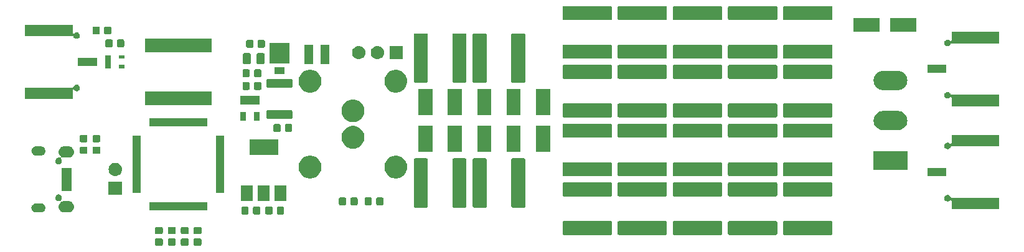
<source format=gbr>
G04 #@! TF.GenerationSoftware,KiCad,Pcbnew,5.0.2-bee76a0~70~ubuntu18.04.1*
G04 #@! TF.CreationDate,2019-10-29T17:05:40+01:00*
G04 #@! TF.ProjectId,emfi,656d6669-2e6b-4696-9361-645f70636258,0.1*
G04 #@! TF.SameCoordinates,Original*
G04 #@! TF.FileFunction,Soldermask,Top*
G04 #@! TF.FilePolarity,Negative*
%FSLAX46Y46*%
G04 Gerber Fmt 4.6, Leading zero omitted, Abs format (unit mm)*
G04 Created by KiCad (PCBNEW 5.0.2-bee76a0~70~ubuntu18.04.1) date mar. 29 oct. 2019 17:05:40 CET*
%MOMM*%
%LPD*%
G01*
G04 APERTURE LIST*
%ADD10C,0.100000*%
G04 APERTURE END LIST*
D10*
G36*
X63379591Y-63053085D02*
X63413569Y-63063393D01*
X63444887Y-63080133D01*
X63472339Y-63102661D01*
X63494867Y-63130113D01*
X63511607Y-63161431D01*
X63521915Y-63195409D01*
X63526000Y-63236890D01*
X63526000Y-63838110D01*
X63521915Y-63879591D01*
X63511607Y-63913569D01*
X63494867Y-63944887D01*
X63472339Y-63972339D01*
X63444887Y-63994867D01*
X63413569Y-64011607D01*
X63379591Y-64021915D01*
X63338110Y-64026000D01*
X62661890Y-64026000D01*
X62620409Y-64021915D01*
X62586431Y-64011607D01*
X62555113Y-63994867D01*
X62527661Y-63972339D01*
X62505133Y-63944887D01*
X62488393Y-63913569D01*
X62478085Y-63879591D01*
X62474000Y-63838110D01*
X62474000Y-63236890D01*
X62478085Y-63195409D01*
X62488393Y-63161431D01*
X62505133Y-63130113D01*
X62527661Y-63102661D01*
X62555113Y-63080133D01*
X62586431Y-63063393D01*
X62620409Y-63053085D01*
X62661890Y-63049000D01*
X63338110Y-63049000D01*
X63379591Y-63053085D01*
X63379591Y-63053085D01*
G37*
G36*
X65129591Y-63053085D02*
X65163569Y-63063393D01*
X65194887Y-63080133D01*
X65222339Y-63102661D01*
X65244867Y-63130113D01*
X65261607Y-63161431D01*
X65271915Y-63195409D01*
X65276000Y-63236890D01*
X65276000Y-63838110D01*
X65271915Y-63879591D01*
X65261607Y-63913569D01*
X65244867Y-63944887D01*
X65222339Y-63972339D01*
X65194887Y-63994867D01*
X65163569Y-64011607D01*
X65129591Y-64021915D01*
X65088110Y-64026000D01*
X64411890Y-64026000D01*
X64370409Y-64021915D01*
X64336431Y-64011607D01*
X64305113Y-63994867D01*
X64277661Y-63972339D01*
X64255133Y-63944887D01*
X64238393Y-63913569D01*
X64228085Y-63879591D01*
X64224000Y-63838110D01*
X64224000Y-63236890D01*
X64228085Y-63195409D01*
X64238393Y-63161431D01*
X64255133Y-63130113D01*
X64277661Y-63102661D01*
X64305113Y-63080133D01*
X64336431Y-63063393D01*
X64370409Y-63053085D01*
X64411890Y-63049000D01*
X65088110Y-63049000D01*
X65129591Y-63053085D01*
X65129591Y-63053085D01*
G37*
G36*
X66879591Y-63053085D02*
X66913569Y-63063393D01*
X66944887Y-63080133D01*
X66972339Y-63102661D01*
X66994867Y-63130113D01*
X67011607Y-63161431D01*
X67021915Y-63195409D01*
X67026000Y-63236890D01*
X67026000Y-63838110D01*
X67021915Y-63879591D01*
X67011607Y-63913569D01*
X66994867Y-63944887D01*
X66972339Y-63972339D01*
X66944887Y-63994867D01*
X66913569Y-64011607D01*
X66879591Y-64021915D01*
X66838110Y-64026000D01*
X66161890Y-64026000D01*
X66120409Y-64021915D01*
X66086431Y-64011607D01*
X66055113Y-63994867D01*
X66027661Y-63972339D01*
X66005133Y-63944887D01*
X65988393Y-63913569D01*
X65978085Y-63879591D01*
X65974000Y-63838110D01*
X65974000Y-63236890D01*
X65978085Y-63195409D01*
X65988393Y-63161431D01*
X66005133Y-63130113D01*
X66027661Y-63102661D01*
X66055113Y-63080133D01*
X66086431Y-63063393D01*
X66120409Y-63053085D01*
X66161890Y-63049000D01*
X66838110Y-63049000D01*
X66879591Y-63053085D01*
X66879591Y-63053085D01*
G37*
G36*
X61629591Y-63053085D02*
X61663569Y-63063393D01*
X61694887Y-63080133D01*
X61722339Y-63102661D01*
X61744867Y-63130113D01*
X61761607Y-63161431D01*
X61771915Y-63195409D01*
X61776000Y-63236890D01*
X61776000Y-63838110D01*
X61771915Y-63879591D01*
X61761607Y-63913569D01*
X61744867Y-63944887D01*
X61722339Y-63972339D01*
X61694887Y-63994867D01*
X61663569Y-64011607D01*
X61629591Y-64021915D01*
X61588110Y-64026000D01*
X60911890Y-64026000D01*
X60870409Y-64021915D01*
X60836431Y-64011607D01*
X60805113Y-63994867D01*
X60777661Y-63972339D01*
X60755133Y-63944887D01*
X60738393Y-63913569D01*
X60728085Y-63879591D01*
X60724000Y-63838110D01*
X60724000Y-63236890D01*
X60728085Y-63195409D01*
X60738393Y-63161431D01*
X60755133Y-63130113D01*
X60777661Y-63102661D01*
X60805113Y-63080133D01*
X60836431Y-63063393D01*
X60870409Y-63053085D01*
X60911890Y-63049000D01*
X61588110Y-63049000D01*
X61629591Y-63053085D01*
X61629591Y-63053085D01*
G37*
G36*
X152710918Y-60677934D02*
X152743424Y-60687795D01*
X152773383Y-60703808D01*
X152799641Y-60725359D01*
X152821192Y-60751617D01*
X152837205Y-60781576D01*
X152847066Y-60814082D01*
X152851000Y-60854029D01*
X152851000Y-62395971D01*
X152847066Y-62435918D01*
X152837205Y-62468424D01*
X152821192Y-62498383D01*
X152799641Y-62524641D01*
X152773383Y-62546192D01*
X152743424Y-62562205D01*
X152710918Y-62572066D01*
X152670971Y-62576000D01*
X146329029Y-62576000D01*
X146289082Y-62572066D01*
X146256576Y-62562205D01*
X146226617Y-62546192D01*
X146200359Y-62524641D01*
X146178808Y-62498383D01*
X146162795Y-62468424D01*
X146152934Y-62435918D01*
X146149000Y-62395971D01*
X146149000Y-60854029D01*
X146152934Y-60814082D01*
X146162795Y-60781576D01*
X146178808Y-60751617D01*
X146200359Y-60725359D01*
X146226617Y-60703808D01*
X146256576Y-60687795D01*
X146289082Y-60677934D01*
X146329029Y-60674000D01*
X152670971Y-60674000D01*
X152710918Y-60677934D01*
X152710918Y-60677934D01*
G37*
G36*
X122710918Y-60677934D02*
X122743424Y-60687795D01*
X122773383Y-60703808D01*
X122799641Y-60725359D01*
X122821192Y-60751617D01*
X122837205Y-60781576D01*
X122847066Y-60814082D01*
X122851000Y-60854029D01*
X122851000Y-62395971D01*
X122847066Y-62435918D01*
X122837205Y-62468424D01*
X122821192Y-62498383D01*
X122799641Y-62524641D01*
X122773383Y-62546192D01*
X122743424Y-62562205D01*
X122710918Y-62572066D01*
X122670971Y-62576000D01*
X116329029Y-62576000D01*
X116289082Y-62572066D01*
X116256576Y-62562205D01*
X116226617Y-62546192D01*
X116200359Y-62524641D01*
X116178808Y-62498383D01*
X116162795Y-62468424D01*
X116152934Y-62435918D01*
X116149000Y-62395971D01*
X116149000Y-60854029D01*
X116152934Y-60814082D01*
X116162795Y-60781576D01*
X116178808Y-60751617D01*
X116200359Y-60725359D01*
X116226617Y-60703808D01*
X116256576Y-60687795D01*
X116289082Y-60677934D01*
X116329029Y-60674000D01*
X122670971Y-60674000D01*
X122710918Y-60677934D01*
X122710918Y-60677934D01*
G37*
G36*
X130210918Y-60677934D02*
X130243424Y-60687795D01*
X130273383Y-60703808D01*
X130299641Y-60725359D01*
X130321192Y-60751617D01*
X130337205Y-60781576D01*
X130347066Y-60814082D01*
X130351000Y-60854029D01*
X130351000Y-62395971D01*
X130347066Y-62435918D01*
X130337205Y-62468424D01*
X130321192Y-62498383D01*
X130299641Y-62524641D01*
X130273383Y-62546192D01*
X130243424Y-62562205D01*
X130210918Y-62572066D01*
X130170971Y-62576000D01*
X123829029Y-62576000D01*
X123789082Y-62572066D01*
X123756576Y-62562205D01*
X123726617Y-62546192D01*
X123700359Y-62524641D01*
X123678808Y-62498383D01*
X123662795Y-62468424D01*
X123652934Y-62435918D01*
X123649000Y-62395971D01*
X123649000Y-60854029D01*
X123652934Y-60814082D01*
X123662795Y-60781576D01*
X123678808Y-60751617D01*
X123700359Y-60725359D01*
X123726617Y-60703808D01*
X123756576Y-60687795D01*
X123789082Y-60677934D01*
X123829029Y-60674000D01*
X130170971Y-60674000D01*
X130210918Y-60677934D01*
X130210918Y-60677934D01*
G37*
G36*
X137710918Y-60677934D02*
X137743424Y-60687795D01*
X137773383Y-60703808D01*
X137799641Y-60725359D01*
X137821192Y-60751617D01*
X137837205Y-60781576D01*
X137847066Y-60814082D01*
X137851000Y-60854029D01*
X137851000Y-62395971D01*
X137847066Y-62435918D01*
X137837205Y-62468424D01*
X137821192Y-62498383D01*
X137799641Y-62524641D01*
X137773383Y-62546192D01*
X137743424Y-62562205D01*
X137710918Y-62572066D01*
X137670971Y-62576000D01*
X131329029Y-62576000D01*
X131289082Y-62572066D01*
X131256576Y-62562205D01*
X131226617Y-62546192D01*
X131200359Y-62524641D01*
X131178808Y-62498383D01*
X131162795Y-62468424D01*
X131152934Y-62435918D01*
X131149000Y-62395971D01*
X131149000Y-60854029D01*
X131152934Y-60814082D01*
X131162795Y-60781576D01*
X131178808Y-60751617D01*
X131200359Y-60725359D01*
X131226617Y-60703808D01*
X131256576Y-60687795D01*
X131289082Y-60677934D01*
X131329029Y-60674000D01*
X137670971Y-60674000D01*
X137710918Y-60677934D01*
X137710918Y-60677934D01*
G37*
G36*
X145210918Y-60677934D02*
X145243424Y-60687795D01*
X145273383Y-60703808D01*
X145299641Y-60725359D01*
X145321192Y-60751617D01*
X145337205Y-60781576D01*
X145347066Y-60814082D01*
X145351000Y-60854029D01*
X145351000Y-62395971D01*
X145347066Y-62435918D01*
X145337205Y-62468424D01*
X145321192Y-62498383D01*
X145299641Y-62524641D01*
X145273383Y-62546192D01*
X145243424Y-62562205D01*
X145210918Y-62572066D01*
X145170971Y-62576000D01*
X138829029Y-62576000D01*
X138789082Y-62572066D01*
X138756576Y-62562205D01*
X138726617Y-62546192D01*
X138700359Y-62524641D01*
X138678808Y-62498383D01*
X138662795Y-62468424D01*
X138652934Y-62435918D01*
X138649000Y-62395971D01*
X138649000Y-60854029D01*
X138652934Y-60814082D01*
X138662795Y-60781576D01*
X138678808Y-60751617D01*
X138700359Y-60725359D01*
X138726617Y-60703808D01*
X138756576Y-60687795D01*
X138789082Y-60677934D01*
X138829029Y-60674000D01*
X145170971Y-60674000D01*
X145210918Y-60677934D01*
X145210918Y-60677934D01*
G37*
G36*
X63379591Y-61478085D02*
X63413569Y-61488393D01*
X63444887Y-61505133D01*
X63472339Y-61527661D01*
X63494867Y-61555113D01*
X63511607Y-61586431D01*
X63521915Y-61620409D01*
X63526000Y-61661890D01*
X63526000Y-62263110D01*
X63521915Y-62304591D01*
X63511607Y-62338569D01*
X63494867Y-62369887D01*
X63472339Y-62397339D01*
X63444887Y-62419867D01*
X63413569Y-62436607D01*
X63379591Y-62446915D01*
X63338110Y-62451000D01*
X62661890Y-62451000D01*
X62620409Y-62446915D01*
X62586431Y-62436607D01*
X62555113Y-62419867D01*
X62527661Y-62397339D01*
X62505133Y-62369887D01*
X62488393Y-62338569D01*
X62478085Y-62304591D01*
X62474000Y-62263110D01*
X62474000Y-61661890D01*
X62478085Y-61620409D01*
X62488393Y-61586431D01*
X62505133Y-61555113D01*
X62527661Y-61527661D01*
X62555113Y-61505133D01*
X62586431Y-61488393D01*
X62620409Y-61478085D01*
X62661890Y-61474000D01*
X63338110Y-61474000D01*
X63379591Y-61478085D01*
X63379591Y-61478085D01*
G37*
G36*
X66879591Y-61478085D02*
X66913569Y-61488393D01*
X66944887Y-61505133D01*
X66972339Y-61527661D01*
X66994867Y-61555113D01*
X67011607Y-61586431D01*
X67021915Y-61620409D01*
X67026000Y-61661890D01*
X67026000Y-62263110D01*
X67021915Y-62304591D01*
X67011607Y-62338569D01*
X66994867Y-62369887D01*
X66972339Y-62397339D01*
X66944887Y-62419867D01*
X66913569Y-62436607D01*
X66879591Y-62446915D01*
X66838110Y-62451000D01*
X66161890Y-62451000D01*
X66120409Y-62446915D01*
X66086431Y-62436607D01*
X66055113Y-62419867D01*
X66027661Y-62397339D01*
X66005133Y-62369887D01*
X65988393Y-62338569D01*
X65978085Y-62304591D01*
X65974000Y-62263110D01*
X65974000Y-61661890D01*
X65978085Y-61620409D01*
X65988393Y-61586431D01*
X66005133Y-61555113D01*
X66027661Y-61527661D01*
X66055113Y-61505133D01*
X66086431Y-61488393D01*
X66120409Y-61478085D01*
X66161890Y-61474000D01*
X66838110Y-61474000D01*
X66879591Y-61478085D01*
X66879591Y-61478085D01*
G37*
G36*
X65129591Y-61478085D02*
X65163569Y-61488393D01*
X65194887Y-61505133D01*
X65222339Y-61527661D01*
X65244867Y-61555113D01*
X65261607Y-61586431D01*
X65271915Y-61620409D01*
X65276000Y-61661890D01*
X65276000Y-62263110D01*
X65271915Y-62304591D01*
X65261607Y-62338569D01*
X65244867Y-62369887D01*
X65222339Y-62397339D01*
X65194887Y-62419867D01*
X65163569Y-62436607D01*
X65129591Y-62446915D01*
X65088110Y-62451000D01*
X64411890Y-62451000D01*
X64370409Y-62446915D01*
X64336431Y-62436607D01*
X64305113Y-62419867D01*
X64277661Y-62397339D01*
X64255133Y-62369887D01*
X64238393Y-62338569D01*
X64228085Y-62304591D01*
X64224000Y-62263110D01*
X64224000Y-61661890D01*
X64228085Y-61620409D01*
X64238393Y-61586431D01*
X64255133Y-61555113D01*
X64277661Y-61527661D01*
X64305113Y-61505133D01*
X64336431Y-61488393D01*
X64370409Y-61478085D01*
X64411890Y-61474000D01*
X65088110Y-61474000D01*
X65129591Y-61478085D01*
X65129591Y-61478085D01*
G37*
G36*
X61629591Y-61478085D02*
X61663569Y-61488393D01*
X61694887Y-61505133D01*
X61722339Y-61527661D01*
X61744867Y-61555113D01*
X61761607Y-61586431D01*
X61771915Y-61620409D01*
X61776000Y-61661890D01*
X61776000Y-62263110D01*
X61771915Y-62304591D01*
X61761607Y-62338569D01*
X61744867Y-62369887D01*
X61722339Y-62397339D01*
X61694887Y-62419867D01*
X61663569Y-62436607D01*
X61629591Y-62446915D01*
X61588110Y-62451000D01*
X60911890Y-62451000D01*
X60870409Y-62446915D01*
X60836431Y-62436607D01*
X60805113Y-62419867D01*
X60777661Y-62397339D01*
X60755133Y-62369887D01*
X60738393Y-62338569D01*
X60728085Y-62304591D01*
X60724000Y-62263110D01*
X60724000Y-61661890D01*
X60728085Y-61620409D01*
X60738393Y-61586431D01*
X60755133Y-61555113D01*
X60777661Y-61527661D01*
X60805113Y-61505133D01*
X60836431Y-61488393D01*
X60870409Y-61478085D01*
X60911890Y-61474000D01*
X61588110Y-61474000D01*
X61629591Y-61478085D01*
X61629591Y-61478085D01*
G37*
G36*
X76554591Y-58728085D02*
X76588569Y-58738393D01*
X76619887Y-58755133D01*
X76647339Y-58777661D01*
X76669867Y-58805113D01*
X76686607Y-58836431D01*
X76696915Y-58870409D01*
X76701000Y-58911890D01*
X76701000Y-59588110D01*
X76696915Y-59629591D01*
X76686607Y-59663569D01*
X76669867Y-59694887D01*
X76647339Y-59722339D01*
X76619887Y-59744867D01*
X76588569Y-59761607D01*
X76554591Y-59771915D01*
X76513110Y-59776000D01*
X75911890Y-59776000D01*
X75870409Y-59771915D01*
X75836431Y-59761607D01*
X75805113Y-59744867D01*
X75777661Y-59722339D01*
X75755133Y-59694887D01*
X75738393Y-59663569D01*
X75728085Y-59629591D01*
X75724000Y-59588110D01*
X75724000Y-58911890D01*
X75728085Y-58870409D01*
X75738393Y-58836431D01*
X75755133Y-58805113D01*
X75777661Y-58777661D01*
X75805113Y-58755133D01*
X75836431Y-58738393D01*
X75870409Y-58728085D01*
X75911890Y-58724000D01*
X76513110Y-58724000D01*
X76554591Y-58728085D01*
X76554591Y-58728085D01*
G37*
G36*
X78129591Y-58728085D02*
X78163569Y-58738393D01*
X78194887Y-58755133D01*
X78222339Y-58777661D01*
X78244867Y-58805113D01*
X78261607Y-58836431D01*
X78271915Y-58870409D01*
X78276000Y-58911890D01*
X78276000Y-59588110D01*
X78271915Y-59629591D01*
X78261607Y-59663569D01*
X78244867Y-59694887D01*
X78222339Y-59722339D01*
X78194887Y-59744867D01*
X78163569Y-59761607D01*
X78129591Y-59771915D01*
X78088110Y-59776000D01*
X77486890Y-59776000D01*
X77445409Y-59771915D01*
X77411431Y-59761607D01*
X77380113Y-59744867D01*
X77352661Y-59722339D01*
X77330133Y-59694887D01*
X77313393Y-59663569D01*
X77303085Y-59629591D01*
X77299000Y-59588110D01*
X77299000Y-58911890D01*
X77303085Y-58870409D01*
X77313393Y-58836431D01*
X77330133Y-58805113D01*
X77352661Y-58777661D01*
X77380113Y-58755133D01*
X77411431Y-58738393D01*
X77445409Y-58728085D01*
X77486890Y-58724000D01*
X78088110Y-58724000D01*
X78129591Y-58728085D01*
X78129591Y-58728085D01*
G37*
G36*
X73304591Y-58728085D02*
X73338569Y-58738393D01*
X73369887Y-58755133D01*
X73397339Y-58777661D01*
X73419867Y-58805113D01*
X73436607Y-58836431D01*
X73446915Y-58870409D01*
X73451000Y-58911890D01*
X73451000Y-59588110D01*
X73446915Y-59629591D01*
X73436607Y-59663569D01*
X73419867Y-59694887D01*
X73397339Y-59722339D01*
X73369887Y-59744867D01*
X73338569Y-59761607D01*
X73304591Y-59771915D01*
X73263110Y-59776000D01*
X72661890Y-59776000D01*
X72620409Y-59771915D01*
X72586431Y-59761607D01*
X72555113Y-59744867D01*
X72527661Y-59722339D01*
X72505133Y-59694887D01*
X72488393Y-59663569D01*
X72478085Y-59629591D01*
X72474000Y-59588110D01*
X72474000Y-58911890D01*
X72478085Y-58870409D01*
X72488393Y-58836431D01*
X72505133Y-58805113D01*
X72527661Y-58777661D01*
X72555113Y-58755133D01*
X72586431Y-58738393D01*
X72620409Y-58728085D01*
X72661890Y-58724000D01*
X73263110Y-58724000D01*
X73304591Y-58728085D01*
X73304591Y-58728085D01*
G37*
G36*
X74879591Y-58728085D02*
X74913569Y-58738393D01*
X74944887Y-58755133D01*
X74972339Y-58777661D01*
X74994867Y-58805113D01*
X75011607Y-58836431D01*
X75021915Y-58870409D01*
X75026000Y-58911890D01*
X75026000Y-59588110D01*
X75021915Y-59629591D01*
X75011607Y-59663569D01*
X74994867Y-59694887D01*
X74972339Y-59722339D01*
X74944887Y-59744867D01*
X74913569Y-59761607D01*
X74879591Y-59771915D01*
X74838110Y-59776000D01*
X74236890Y-59776000D01*
X74195409Y-59771915D01*
X74161431Y-59761607D01*
X74130113Y-59744867D01*
X74102661Y-59722339D01*
X74080133Y-59694887D01*
X74063393Y-59663569D01*
X74053085Y-59629591D01*
X74049000Y-59588110D01*
X74049000Y-58911890D01*
X74053085Y-58870409D01*
X74063393Y-58836431D01*
X74080133Y-58805113D01*
X74102661Y-58777661D01*
X74130113Y-58755133D01*
X74161431Y-58738393D01*
X74195409Y-58728085D01*
X74236890Y-58724000D01*
X74838110Y-58724000D01*
X74879591Y-58728085D01*
X74879591Y-58728085D01*
G37*
G36*
X45297714Y-58258058D02*
X45297717Y-58258059D01*
X45415719Y-58293854D01*
X45415721Y-58293855D01*
X45524471Y-58351983D01*
X45619790Y-58430210D01*
X45698017Y-58525529D01*
X45723327Y-58572881D01*
X45756146Y-58634281D01*
X45772419Y-58687926D01*
X45791942Y-58752286D01*
X45804028Y-58875000D01*
X45791942Y-58997714D01*
X45756145Y-59115721D01*
X45698017Y-59224471D01*
X45619790Y-59319790D01*
X45524471Y-59398017D01*
X45524469Y-59398018D01*
X45415719Y-59456146D01*
X45319683Y-59485278D01*
X45297714Y-59491942D01*
X45205747Y-59501000D01*
X44494253Y-59501000D01*
X44402286Y-59491942D01*
X44380317Y-59485278D01*
X44284281Y-59456146D01*
X44175531Y-59398018D01*
X44175529Y-59398017D01*
X44080210Y-59319790D01*
X44001983Y-59224471D01*
X43943855Y-59115721D01*
X43908058Y-58997714D01*
X43895972Y-58875000D01*
X43908058Y-58752286D01*
X43927581Y-58687926D01*
X43943854Y-58634281D01*
X43976673Y-58572881D01*
X44001983Y-58525529D01*
X44080210Y-58430210D01*
X44175529Y-58351983D01*
X44284279Y-58293855D01*
X44284281Y-58293854D01*
X44402283Y-58258059D01*
X44402286Y-58258058D01*
X44494253Y-58249000D01*
X45205747Y-58249000D01*
X45297714Y-58258058D01*
X45297714Y-58258058D01*
G37*
G36*
X47688413Y-57055525D02*
X47763456Y-57078290D01*
X47773425Y-57081314D01*
X47851774Y-57123193D01*
X47920448Y-57179552D01*
X47976807Y-57248226D01*
X48018686Y-57326575D01*
X48018687Y-57326579D01*
X48044475Y-57411587D01*
X48053182Y-57500000D01*
X48044475Y-57588413D01*
X48022185Y-57661890D01*
X48018686Y-57673425D01*
X47994726Y-57718250D01*
X47976807Y-57751775D01*
X47958871Y-57773629D01*
X47927850Y-57811429D01*
X47914239Y-57831798D01*
X47904862Y-57854437D01*
X47900081Y-57878471D01*
X47900081Y-57902975D01*
X47904861Y-57927008D01*
X47914238Y-57949648D01*
X47927852Y-57970022D01*
X47945179Y-57987350D01*
X47965553Y-58000964D01*
X47988192Y-58010341D01*
X48012226Y-58015122D01*
X48036730Y-58015122D01*
X48060763Y-58010342D01*
X48069212Y-58006843D01*
X48076599Y-58004602D01*
X48076601Y-58004601D01*
X48222878Y-57960229D01*
X48222881Y-57960228D01*
X48336882Y-57949000D01*
X48963118Y-57949000D01*
X49077119Y-57960228D01*
X49077122Y-57960229D01*
X49223399Y-58004601D01*
X49223401Y-58004602D01*
X49358210Y-58076659D01*
X49476369Y-58173631D01*
X49573341Y-58291790D01*
X49598100Y-58338110D01*
X49645399Y-58426601D01*
X49650946Y-58444887D01*
X49689772Y-58572881D01*
X49704754Y-58725000D01*
X49689772Y-58877119D01*
X49645398Y-59023401D01*
X49573341Y-59158210D01*
X49476369Y-59276369D01*
X49358210Y-59373341D01*
X49312043Y-59398018D01*
X49223399Y-59445399D01*
X49104352Y-59481511D01*
X49077119Y-59489772D01*
X48963118Y-59501000D01*
X48336882Y-59501000D01*
X48222881Y-59489772D01*
X48195648Y-59481511D01*
X48076601Y-59445399D01*
X47987957Y-59398018D01*
X47941790Y-59373341D01*
X47823631Y-59276369D01*
X47726659Y-59158210D01*
X47654602Y-59023401D01*
X47610228Y-58877119D01*
X47595246Y-58725000D01*
X47610228Y-58572881D01*
X47649054Y-58444887D01*
X47654601Y-58426601D01*
X47701900Y-58338110D01*
X47726659Y-58291790D01*
X47823632Y-58173630D01*
X47860105Y-58143696D01*
X47877432Y-58126369D01*
X47891046Y-58105994D01*
X47900423Y-58083355D01*
X47905203Y-58059322D01*
X47905203Y-58034817D01*
X47900422Y-58010784D01*
X47891044Y-57988145D01*
X47877430Y-57967771D01*
X47860103Y-57950444D01*
X47839728Y-57936830D01*
X47817089Y-57927453D01*
X47793056Y-57922673D01*
X47768551Y-57922673D01*
X47744524Y-57927453D01*
X47723489Y-57933833D01*
X47688411Y-57944475D01*
X47622158Y-57951000D01*
X47577842Y-57951000D01*
X47511587Y-57944475D01*
X47436544Y-57921710D01*
X47426575Y-57918686D01*
X47348226Y-57876807D01*
X47279552Y-57820448D01*
X47223193Y-57751774D01*
X47181314Y-57673425D01*
X47177815Y-57661890D01*
X47155525Y-57588413D01*
X47146818Y-57500000D01*
X47155525Y-57411587D01*
X47181313Y-57326579D01*
X47181314Y-57326575D01*
X47223193Y-57248226D01*
X47279552Y-57179552D01*
X47348226Y-57123193D01*
X47426575Y-57081314D01*
X47436544Y-57078290D01*
X47511587Y-57055525D01*
X47577842Y-57049000D01*
X47622158Y-57049000D01*
X47688413Y-57055525D01*
X47688413Y-57055525D01*
G37*
G36*
X67826000Y-59201000D02*
X59974000Y-59201000D01*
X59974000Y-58099000D01*
X67826000Y-58099000D01*
X67826000Y-59201000D01*
X67826000Y-59201000D01*
G37*
G36*
X168631552Y-57126331D02*
X168713625Y-57160327D01*
X168713626Y-57160328D01*
X168713629Y-57160329D01*
X168785866Y-57208597D01*
X168787500Y-57209689D01*
X168850311Y-57272500D01*
X168850313Y-57272503D01*
X168850314Y-57272504D01*
X168899671Y-57346371D01*
X168909175Y-57369315D01*
X168935072Y-57431836D01*
X168946624Y-57453447D01*
X168962169Y-57472389D01*
X168981111Y-57487934D01*
X169002722Y-57499485D01*
X169026171Y-57506598D01*
X169050557Y-57509000D01*
X175551000Y-57509000D01*
X175551000Y-59051000D01*
X169049000Y-59051000D01*
X169049000Y-57950587D01*
X169046598Y-57926201D01*
X169039485Y-57902752D01*
X169027934Y-57881141D01*
X169012388Y-57862199D01*
X168993446Y-57846653D01*
X168971835Y-57835102D01*
X168948386Y-57827989D01*
X168924000Y-57825587D01*
X168899614Y-57827989D01*
X168876165Y-57835102D01*
X168854554Y-57846653D01*
X168835612Y-57862199D01*
X168787500Y-57910311D01*
X168787497Y-57910313D01*
X168787496Y-57910314D01*
X168713629Y-57959671D01*
X168713626Y-57959672D01*
X168713625Y-57959673D01*
X168631552Y-57993669D01*
X168544421Y-58011000D01*
X168455579Y-58011000D01*
X168368448Y-57993669D01*
X168286375Y-57959673D01*
X168286374Y-57959672D01*
X168286371Y-57959671D01*
X168212504Y-57910314D01*
X168212503Y-57910313D01*
X168212500Y-57910311D01*
X168149689Y-57847500D01*
X168149123Y-57846653D01*
X168100329Y-57773629D01*
X168100327Y-57773625D01*
X168066331Y-57691552D01*
X168049000Y-57604421D01*
X168049000Y-57515579D01*
X168066331Y-57428448D01*
X168100327Y-57346375D01*
X168100328Y-57346374D01*
X168100329Y-57346371D01*
X168149686Y-57272504D01*
X168149687Y-57272503D01*
X168149689Y-57272500D01*
X168212500Y-57209689D01*
X168214134Y-57208597D01*
X168286371Y-57160329D01*
X168286374Y-57160328D01*
X168286375Y-57160327D01*
X168368448Y-57126331D01*
X168455579Y-57109000D01*
X168544421Y-57109000D01*
X168631552Y-57126331D01*
X168631552Y-57126331D01*
G37*
G36*
X102935918Y-52152934D02*
X102968424Y-52162795D01*
X102998383Y-52178808D01*
X103024641Y-52200359D01*
X103046192Y-52226617D01*
X103062205Y-52256576D01*
X103072066Y-52289082D01*
X103076000Y-52329029D01*
X103076000Y-58670971D01*
X103072066Y-58710918D01*
X103062205Y-58743424D01*
X103046192Y-58773383D01*
X103024641Y-58799641D01*
X102998383Y-58821192D01*
X102968424Y-58837205D01*
X102935918Y-58847066D01*
X102895971Y-58851000D01*
X101354029Y-58851000D01*
X101314082Y-58847066D01*
X101281576Y-58837205D01*
X101251617Y-58821192D01*
X101225359Y-58799641D01*
X101203808Y-58773383D01*
X101187795Y-58743424D01*
X101177934Y-58710918D01*
X101174000Y-58670971D01*
X101174000Y-52329029D01*
X101177934Y-52289082D01*
X101187795Y-52256576D01*
X101203808Y-52226617D01*
X101225359Y-52200359D01*
X101251617Y-52178808D01*
X101281576Y-52162795D01*
X101314082Y-52152934D01*
X101354029Y-52149000D01*
X102895971Y-52149000D01*
X102935918Y-52152934D01*
X102935918Y-52152934D01*
G37*
G36*
X105685918Y-52152934D02*
X105718424Y-52162795D01*
X105748383Y-52178808D01*
X105774641Y-52200359D01*
X105796192Y-52226617D01*
X105812205Y-52256576D01*
X105822066Y-52289082D01*
X105826000Y-52329029D01*
X105826000Y-58670971D01*
X105822066Y-58710918D01*
X105812205Y-58743424D01*
X105796192Y-58773383D01*
X105774641Y-58799641D01*
X105748383Y-58821192D01*
X105718424Y-58837205D01*
X105685918Y-58847066D01*
X105645971Y-58851000D01*
X104104029Y-58851000D01*
X104064082Y-58847066D01*
X104031576Y-58837205D01*
X104001617Y-58821192D01*
X103975359Y-58799641D01*
X103953808Y-58773383D01*
X103937795Y-58743424D01*
X103927934Y-58710918D01*
X103924000Y-58670971D01*
X103924000Y-52329029D01*
X103927934Y-52289082D01*
X103937795Y-52256576D01*
X103953808Y-52226617D01*
X103975359Y-52200359D01*
X104001617Y-52178808D01*
X104031576Y-52162795D01*
X104064082Y-52152934D01*
X104104029Y-52149000D01*
X105645971Y-52149000D01*
X105685918Y-52152934D01*
X105685918Y-52152934D01*
G37*
G36*
X110935918Y-52152934D02*
X110968424Y-52162795D01*
X110998383Y-52178808D01*
X111024641Y-52200359D01*
X111046192Y-52226617D01*
X111062205Y-52256576D01*
X111072066Y-52289082D01*
X111076000Y-52329029D01*
X111076000Y-58670971D01*
X111072066Y-58710918D01*
X111062205Y-58743424D01*
X111046192Y-58773383D01*
X111024641Y-58799641D01*
X110998383Y-58821192D01*
X110968424Y-58837205D01*
X110935918Y-58847066D01*
X110895971Y-58851000D01*
X109354029Y-58851000D01*
X109314082Y-58847066D01*
X109281576Y-58837205D01*
X109251617Y-58821192D01*
X109225359Y-58799641D01*
X109203808Y-58773383D01*
X109187795Y-58743424D01*
X109177934Y-58710918D01*
X109174000Y-58670971D01*
X109174000Y-52329029D01*
X109177934Y-52289082D01*
X109187795Y-52256576D01*
X109203808Y-52226617D01*
X109225359Y-52200359D01*
X109251617Y-52178808D01*
X109281576Y-52162795D01*
X109314082Y-52152934D01*
X109354029Y-52149000D01*
X110895971Y-52149000D01*
X110935918Y-52152934D01*
X110935918Y-52152934D01*
G37*
G36*
X97685918Y-52152934D02*
X97718424Y-52162795D01*
X97748383Y-52178808D01*
X97774641Y-52200359D01*
X97796192Y-52226617D01*
X97812205Y-52256576D01*
X97822066Y-52289082D01*
X97826000Y-52329029D01*
X97826000Y-58670971D01*
X97822066Y-58710918D01*
X97812205Y-58743424D01*
X97796192Y-58773383D01*
X97774641Y-58799641D01*
X97748383Y-58821192D01*
X97718424Y-58837205D01*
X97685918Y-58847066D01*
X97645971Y-58851000D01*
X96104029Y-58851000D01*
X96064082Y-58847066D01*
X96031576Y-58837205D01*
X96001617Y-58821192D01*
X95975359Y-58799641D01*
X95953808Y-58773383D01*
X95937795Y-58743424D01*
X95927934Y-58710918D01*
X95924000Y-58670971D01*
X95924000Y-52329029D01*
X95927934Y-52289082D01*
X95937795Y-52256576D01*
X95953808Y-52226617D01*
X95975359Y-52200359D01*
X96001617Y-52178808D01*
X96031576Y-52162795D01*
X96064082Y-52152934D01*
X96104029Y-52149000D01*
X97645971Y-52149000D01*
X97685918Y-52152934D01*
X97685918Y-52152934D01*
G37*
G36*
X86554591Y-57478085D02*
X86588569Y-57488393D01*
X86619887Y-57505133D01*
X86647339Y-57527661D01*
X86669867Y-57555113D01*
X86686607Y-57586431D01*
X86696915Y-57620409D01*
X86701000Y-57661890D01*
X86701000Y-58338110D01*
X86696915Y-58379591D01*
X86686607Y-58413569D01*
X86669867Y-58444887D01*
X86647339Y-58472339D01*
X86619887Y-58494867D01*
X86588569Y-58511607D01*
X86554591Y-58521915D01*
X86513110Y-58526000D01*
X85911890Y-58526000D01*
X85870409Y-58521915D01*
X85836431Y-58511607D01*
X85805113Y-58494867D01*
X85777661Y-58472339D01*
X85755133Y-58444887D01*
X85738393Y-58413569D01*
X85728085Y-58379591D01*
X85724000Y-58338110D01*
X85724000Y-57661890D01*
X85728085Y-57620409D01*
X85738393Y-57586431D01*
X85755133Y-57555113D01*
X85777661Y-57527661D01*
X85805113Y-57505133D01*
X85836431Y-57488393D01*
X85870409Y-57478085D01*
X85911890Y-57474000D01*
X86513110Y-57474000D01*
X86554591Y-57478085D01*
X86554591Y-57478085D01*
G37*
G36*
X88129591Y-57478085D02*
X88163569Y-57488393D01*
X88194887Y-57505133D01*
X88222339Y-57527661D01*
X88244867Y-57555113D01*
X88261607Y-57586431D01*
X88271915Y-57620409D01*
X88276000Y-57661890D01*
X88276000Y-58338110D01*
X88271915Y-58379591D01*
X88261607Y-58413569D01*
X88244867Y-58444887D01*
X88222339Y-58472339D01*
X88194887Y-58494867D01*
X88163569Y-58511607D01*
X88129591Y-58521915D01*
X88088110Y-58526000D01*
X87486890Y-58526000D01*
X87445409Y-58521915D01*
X87411431Y-58511607D01*
X87380113Y-58494867D01*
X87352661Y-58472339D01*
X87330133Y-58444887D01*
X87313393Y-58413569D01*
X87303085Y-58379591D01*
X87299000Y-58338110D01*
X87299000Y-57661890D01*
X87303085Y-57620409D01*
X87313393Y-57586431D01*
X87330133Y-57555113D01*
X87352661Y-57527661D01*
X87380113Y-57505133D01*
X87411431Y-57488393D01*
X87445409Y-57478085D01*
X87486890Y-57474000D01*
X88088110Y-57474000D01*
X88129591Y-57478085D01*
X88129591Y-57478085D01*
G37*
G36*
X91629591Y-57478085D02*
X91663569Y-57488393D01*
X91694887Y-57505133D01*
X91722339Y-57527661D01*
X91744867Y-57555113D01*
X91761607Y-57586431D01*
X91771915Y-57620409D01*
X91776000Y-57661890D01*
X91776000Y-58338110D01*
X91771915Y-58379591D01*
X91761607Y-58413569D01*
X91744867Y-58444887D01*
X91722339Y-58472339D01*
X91694887Y-58494867D01*
X91663569Y-58511607D01*
X91629591Y-58521915D01*
X91588110Y-58526000D01*
X90986890Y-58526000D01*
X90945409Y-58521915D01*
X90911431Y-58511607D01*
X90880113Y-58494867D01*
X90852661Y-58472339D01*
X90830133Y-58444887D01*
X90813393Y-58413569D01*
X90803085Y-58379591D01*
X90799000Y-58338110D01*
X90799000Y-57661890D01*
X90803085Y-57620409D01*
X90813393Y-57586431D01*
X90830133Y-57555113D01*
X90852661Y-57527661D01*
X90880113Y-57505133D01*
X90911431Y-57488393D01*
X90945409Y-57478085D01*
X90986890Y-57474000D01*
X91588110Y-57474000D01*
X91629591Y-57478085D01*
X91629591Y-57478085D01*
G37*
G36*
X90054591Y-57478085D02*
X90088569Y-57488393D01*
X90119887Y-57505133D01*
X90147339Y-57527661D01*
X90169867Y-57555113D01*
X90186607Y-57586431D01*
X90196915Y-57620409D01*
X90201000Y-57661890D01*
X90201000Y-58338110D01*
X90196915Y-58379591D01*
X90186607Y-58413569D01*
X90169867Y-58444887D01*
X90147339Y-58472339D01*
X90119887Y-58494867D01*
X90088569Y-58511607D01*
X90054591Y-58521915D01*
X90013110Y-58526000D01*
X89411890Y-58526000D01*
X89370409Y-58521915D01*
X89336431Y-58511607D01*
X89305113Y-58494867D01*
X89277661Y-58472339D01*
X89255133Y-58444887D01*
X89238393Y-58413569D01*
X89228085Y-58379591D01*
X89224000Y-58338110D01*
X89224000Y-57661890D01*
X89228085Y-57620409D01*
X89238393Y-57586431D01*
X89255133Y-57555113D01*
X89277661Y-57527661D01*
X89305113Y-57505133D01*
X89336431Y-57488393D01*
X89370409Y-57478085D01*
X89411890Y-57474000D01*
X90013110Y-57474000D01*
X90054591Y-57478085D01*
X90054591Y-57478085D01*
G37*
G36*
X74001000Y-57951000D02*
X72399000Y-57951000D01*
X72399000Y-55849000D01*
X74001000Y-55849000D01*
X74001000Y-57951000D01*
X74001000Y-57951000D01*
G37*
G36*
X78601000Y-57951000D02*
X76999000Y-57951000D01*
X76999000Y-55849000D01*
X78601000Y-55849000D01*
X78601000Y-57951000D01*
X78601000Y-57951000D01*
G37*
G36*
X76301000Y-57951000D02*
X74699000Y-57951000D01*
X74699000Y-55849000D01*
X76301000Y-55849000D01*
X76301000Y-57951000D01*
X76301000Y-57951000D01*
G37*
G36*
X122710918Y-55427934D02*
X122743424Y-55437795D01*
X122773383Y-55453808D01*
X122799641Y-55475359D01*
X122821192Y-55501617D01*
X122837205Y-55531576D01*
X122847066Y-55564082D01*
X122851000Y-55604029D01*
X122851000Y-57145971D01*
X122847066Y-57185918D01*
X122837205Y-57218424D01*
X122821192Y-57248383D01*
X122799641Y-57274641D01*
X122773383Y-57296192D01*
X122743424Y-57312205D01*
X122710918Y-57322066D01*
X122670971Y-57326000D01*
X116329029Y-57326000D01*
X116289082Y-57322066D01*
X116256576Y-57312205D01*
X116226617Y-57296192D01*
X116200359Y-57274641D01*
X116178808Y-57248383D01*
X116162795Y-57218424D01*
X116152934Y-57185918D01*
X116149000Y-57145971D01*
X116149000Y-55604029D01*
X116152934Y-55564082D01*
X116162795Y-55531576D01*
X116178808Y-55501617D01*
X116200359Y-55475359D01*
X116226617Y-55453808D01*
X116256576Y-55437795D01*
X116289082Y-55427934D01*
X116329029Y-55424000D01*
X122670971Y-55424000D01*
X122710918Y-55427934D01*
X122710918Y-55427934D01*
G37*
G36*
X152710918Y-55427934D02*
X152743424Y-55437795D01*
X152773383Y-55453808D01*
X152799641Y-55475359D01*
X152821192Y-55501617D01*
X152837205Y-55531576D01*
X152847066Y-55564082D01*
X152851000Y-55604029D01*
X152851000Y-57145971D01*
X152847066Y-57185918D01*
X152837205Y-57218424D01*
X152821192Y-57248383D01*
X152799641Y-57274641D01*
X152773383Y-57296192D01*
X152743424Y-57312205D01*
X152710918Y-57322066D01*
X152670971Y-57326000D01*
X146329029Y-57326000D01*
X146289082Y-57322066D01*
X146256576Y-57312205D01*
X146226617Y-57296192D01*
X146200359Y-57274641D01*
X146178808Y-57248383D01*
X146162795Y-57218424D01*
X146152934Y-57185918D01*
X146149000Y-57145971D01*
X146149000Y-55604029D01*
X146152934Y-55564082D01*
X146162795Y-55531576D01*
X146178808Y-55501617D01*
X146200359Y-55475359D01*
X146226617Y-55453808D01*
X146256576Y-55437795D01*
X146289082Y-55427934D01*
X146329029Y-55424000D01*
X152670971Y-55424000D01*
X152710918Y-55427934D01*
X152710918Y-55427934D01*
G37*
G36*
X145210918Y-55427934D02*
X145243424Y-55437795D01*
X145273383Y-55453808D01*
X145299641Y-55475359D01*
X145321192Y-55501617D01*
X145337205Y-55531576D01*
X145347066Y-55564082D01*
X145351000Y-55604029D01*
X145351000Y-57145971D01*
X145347066Y-57185918D01*
X145337205Y-57218424D01*
X145321192Y-57248383D01*
X145299641Y-57274641D01*
X145273383Y-57296192D01*
X145243424Y-57312205D01*
X145210918Y-57322066D01*
X145170971Y-57326000D01*
X138829029Y-57326000D01*
X138789082Y-57322066D01*
X138756576Y-57312205D01*
X138726617Y-57296192D01*
X138700359Y-57274641D01*
X138678808Y-57248383D01*
X138662795Y-57218424D01*
X138652934Y-57185918D01*
X138649000Y-57145971D01*
X138649000Y-55604029D01*
X138652934Y-55564082D01*
X138662795Y-55531576D01*
X138678808Y-55501617D01*
X138700359Y-55475359D01*
X138726617Y-55453808D01*
X138756576Y-55437795D01*
X138789082Y-55427934D01*
X138829029Y-55424000D01*
X145170971Y-55424000D01*
X145210918Y-55427934D01*
X145210918Y-55427934D01*
G37*
G36*
X137710918Y-55427934D02*
X137743424Y-55437795D01*
X137773383Y-55453808D01*
X137799641Y-55475359D01*
X137821192Y-55501617D01*
X137837205Y-55531576D01*
X137847066Y-55564082D01*
X137851000Y-55604029D01*
X137851000Y-57145971D01*
X137847066Y-57185918D01*
X137837205Y-57218424D01*
X137821192Y-57248383D01*
X137799641Y-57274641D01*
X137773383Y-57296192D01*
X137743424Y-57312205D01*
X137710918Y-57322066D01*
X137670971Y-57326000D01*
X131329029Y-57326000D01*
X131289082Y-57322066D01*
X131256576Y-57312205D01*
X131226617Y-57296192D01*
X131200359Y-57274641D01*
X131178808Y-57248383D01*
X131162795Y-57218424D01*
X131152934Y-57185918D01*
X131149000Y-57145971D01*
X131149000Y-55604029D01*
X131152934Y-55564082D01*
X131162795Y-55531576D01*
X131178808Y-55501617D01*
X131200359Y-55475359D01*
X131226617Y-55453808D01*
X131256576Y-55437795D01*
X131289082Y-55427934D01*
X131329029Y-55424000D01*
X137670971Y-55424000D01*
X137710918Y-55427934D01*
X137710918Y-55427934D01*
G37*
G36*
X130210918Y-55427934D02*
X130243424Y-55437795D01*
X130273383Y-55453808D01*
X130299641Y-55475359D01*
X130321192Y-55501617D01*
X130337205Y-55531576D01*
X130347066Y-55564082D01*
X130351000Y-55604029D01*
X130351000Y-57145971D01*
X130347066Y-57185918D01*
X130337205Y-57218424D01*
X130321192Y-57248383D01*
X130299641Y-57274641D01*
X130273383Y-57296192D01*
X130243424Y-57312205D01*
X130210918Y-57322066D01*
X130170971Y-57326000D01*
X123829029Y-57326000D01*
X123789082Y-57322066D01*
X123756576Y-57312205D01*
X123726617Y-57296192D01*
X123700359Y-57274641D01*
X123678808Y-57248383D01*
X123662795Y-57218424D01*
X123652934Y-57185918D01*
X123649000Y-57145971D01*
X123649000Y-55604029D01*
X123652934Y-55564082D01*
X123662795Y-55531576D01*
X123678808Y-55501617D01*
X123700359Y-55475359D01*
X123726617Y-55453808D01*
X123756576Y-55437795D01*
X123789082Y-55427934D01*
X123829029Y-55424000D01*
X130170971Y-55424000D01*
X130210918Y-55427934D01*
X130210918Y-55427934D01*
G37*
G36*
X56201000Y-57101000D02*
X54399000Y-57101000D01*
X54399000Y-55299000D01*
X56201000Y-55299000D01*
X56201000Y-57101000D01*
X56201000Y-57101000D01*
G37*
G36*
X70151000Y-56876000D02*
X69049000Y-56876000D01*
X69049000Y-49024000D01*
X70151000Y-49024000D01*
X70151000Y-56876000D01*
X70151000Y-56876000D01*
G37*
G36*
X58751000Y-56876000D02*
X57649000Y-56876000D01*
X57649000Y-49024000D01*
X58751000Y-49024000D01*
X58751000Y-56876000D01*
X58751000Y-56876000D01*
G37*
G36*
X49401000Y-56576000D02*
X47999000Y-56576000D01*
X47999000Y-53424000D01*
X49401000Y-53424000D01*
X49401000Y-56576000D01*
X49401000Y-56576000D01*
G37*
G36*
X82147527Y-51813736D02*
X82247410Y-51833604D01*
X82529674Y-51950521D01*
X82783705Y-52120259D01*
X82999741Y-52336295D01*
X83169479Y-52590326D01*
X83286396Y-52872590D01*
X83293285Y-52907222D01*
X83346000Y-53172238D01*
X83346000Y-53477762D01*
X83309750Y-53660000D01*
X83286396Y-53777410D01*
X83169479Y-54059674D01*
X82999741Y-54313705D01*
X82783705Y-54529741D01*
X82529674Y-54699479D01*
X82247410Y-54816396D01*
X82147527Y-54836264D01*
X81947762Y-54876000D01*
X81642238Y-54876000D01*
X81442473Y-54836264D01*
X81342590Y-54816396D01*
X81060326Y-54699479D01*
X80806295Y-54529741D01*
X80590259Y-54313705D01*
X80420521Y-54059674D01*
X80303604Y-53777410D01*
X80280250Y-53660000D01*
X80244000Y-53477762D01*
X80244000Y-53172238D01*
X80296715Y-52907222D01*
X80303604Y-52872590D01*
X80420521Y-52590326D01*
X80590259Y-52336295D01*
X80806295Y-52120259D01*
X81060326Y-51950521D01*
X81342590Y-51833604D01*
X81442473Y-51813736D01*
X81642238Y-51774000D01*
X81947762Y-51774000D01*
X82147527Y-51813736D01*
X82147527Y-51813736D01*
G37*
G36*
X93817527Y-51813736D02*
X93917410Y-51833604D01*
X94199674Y-51950521D01*
X94453705Y-52120259D01*
X94669741Y-52336295D01*
X94839479Y-52590326D01*
X94956396Y-52872590D01*
X94963285Y-52907222D01*
X95016000Y-53172238D01*
X95016000Y-53477762D01*
X94979750Y-53660000D01*
X94956396Y-53777410D01*
X94839479Y-54059674D01*
X94669741Y-54313705D01*
X94453705Y-54529741D01*
X94199674Y-54699479D01*
X93917410Y-54816396D01*
X93817527Y-54836264D01*
X93617762Y-54876000D01*
X93312238Y-54876000D01*
X93112473Y-54836264D01*
X93012590Y-54816396D01*
X92730326Y-54699479D01*
X92476295Y-54529741D01*
X92260259Y-54313705D01*
X92090521Y-54059674D01*
X91973604Y-53777410D01*
X91950250Y-53660000D01*
X91914000Y-53477762D01*
X91914000Y-53172238D01*
X91966715Y-52907222D01*
X91973604Y-52872590D01*
X92090521Y-52590326D01*
X92260259Y-52336295D01*
X92476295Y-52120259D01*
X92730326Y-51950521D01*
X93012590Y-51833604D01*
X93112473Y-51813736D01*
X93312238Y-51774000D01*
X93617762Y-51774000D01*
X93817527Y-51813736D01*
X93817527Y-51813736D01*
G37*
G36*
X152710918Y-52677934D02*
X152743424Y-52687795D01*
X152773383Y-52703808D01*
X152799641Y-52725359D01*
X152821192Y-52751617D01*
X152837205Y-52781576D01*
X152847066Y-52814082D01*
X152851000Y-52854029D01*
X152851000Y-54395971D01*
X152847066Y-54435918D01*
X152837205Y-54468424D01*
X152821192Y-54498383D01*
X152799641Y-54524641D01*
X152773383Y-54546192D01*
X152743424Y-54562205D01*
X152710918Y-54572066D01*
X152670971Y-54576000D01*
X146329029Y-54576000D01*
X146289082Y-54572066D01*
X146256576Y-54562205D01*
X146226617Y-54546192D01*
X146200359Y-54524641D01*
X146178808Y-54498383D01*
X146162795Y-54468424D01*
X146152934Y-54435918D01*
X146149000Y-54395971D01*
X146149000Y-52854029D01*
X146152934Y-52814082D01*
X146162795Y-52781576D01*
X146178808Y-52751617D01*
X146200359Y-52725359D01*
X146226617Y-52703808D01*
X146256576Y-52687795D01*
X146289082Y-52677934D01*
X146329029Y-52674000D01*
X152670971Y-52674000D01*
X152710918Y-52677934D01*
X152710918Y-52677934D01*
G37*
G36*
X122710918Y-52677934D02*
X122743424Y-52687795D01*
X122773383Y-52703808D01*
X122799641Y-52725359D01*
X122821192Y-52751617D01*
X122837205Y-52781576D01*
X122847066Y-52814082D01*
X122851000Y-52854029D01*
X122851000Y-54395971D01*
X122847066Y-54435918D01*
X122837205Y-54468424D01*
X122821192Y-54498383D01*
X122799641Y-54524641D01*
X122773383Y-54546192D01*
X122743424Y-54562205D01*
X122710918Y-54572066D01*
X122670971Y-54576000D01*
X116329029Y-54576000D01*
X116289082Y-54572066D01*
X116256576Y-54562205D01*
X116226617Y-54546192D01*
X116200359Y-54524641D01*
X116178808Y-54498383D01*
X116162795Y-54468424D01*
X116152934Y-54435918D01*
X116149000Y-54395971D01*
X116149000Y-52854029D01*
X116152934Y-52814082D01*
X116162795Y-52781576D01*
X116178808Y-52751617D01*
X116200359Y-52725359D01*
X116226617Y-52703808D01*
X116256576Y-52687795D01*
X116289082Y-52677934D01*
X116329029Y-52674000D01*
X122670971Y-52674000D01*
X122710918Y-52677934D01*
X122710918Y-52677934D01*
G37*
G36*
X130210918Y-52677934D02*
X130243424Y-52687795D01*
X130273383Y-52703808D01*
X130299641Y-52725359D01*
X130321192Y-52751617D01*
X130337205Y-52781576D01*
X130347066Y-52814082D01*
X130351000Y-52854029D01*
X130351000Y-54395971D01*
X130347066Y-54435918D01*
X130337205Y-54468424D01*
X130321192Y-54498383D01*
X130299641Y-54524641D01*
X130273383Y-54546192D01*
X130243424Y-54562205D01*
X130210918Y-54572066D01*
X130170971Y-54576000D01*
X123829029Y-54576000D01*
X123789082Y-54572066D01*
X123756576Y-54562205D01*
X123726617Y-54546192D01*
X123700359Y-54524641D01*
X123678808Y-54498383D01*
X123662795Y-54468424D01*
X123652934Y-54435918D01*
X123649000Y-54395971D01*
X123649000Y-52854029D01*
X123652934Y-52814082D01*
X123662795Y-52781576D01*
X123678808Y-52751617D01*
X123700359Y-52725359D01*
X123726617Y-52703808D01*
X123756576Y-52687795D01*
X123789082Y-52677934D01*
X123829029Y-52674000D01*
X130170971Y-52674000D01*
X130210918Y-52677934D01*
X130210918Y-52677934D01*
G37*
G36*
X137710918Y-52677934D02*
X137743424Y-52687795D01*
X137773383Y-52703808D01*
X137799641Y-52725359D01*
X137821192Y-52751617D01*
X137837205Y-52781576D01*
X137847066Y-52814082D01*
X137851000Y-52854029D01*
X137851000Y-54395971D01*
X137847066Y-54435918D01*
X137837205Y-54468424D01*
X137821192Y-54498383D01*
X137799641Y-54524641D01*
X137773383Y-54546192D01*
X137743424Y-54562205D01*
X137710918Y-54572066D01*
X137670971Y-54576000D01*
X131329029Y-54576000D01*
X131289082Y-54572066D01*
X131256576Y-54562205D01*
X131226617Y-54546192D01*
X131200359Y-54524641D01*
X131178808Y-54498383D01*
X131162795Y-54468424D01*
X131152934Y-54435918D01*
X131149000Y-54395971D01*
X131149000Y-52854029D01*
X131152934Y-52814082D01*
X131162795Y-52781576D01*
X131178808Y-52751617D01*
X131200359Y-52725359D01*
X131226617Y-52703808D01*
X131256576Y-52687795D01*
X131289082Y-52677934D01*
X131329029Y-52674000D01*
X137670971Y-52674000D01*
X137710918Y-52677934D01*
X137710918Y-52677934D01*
G37*
G36*
X145210918Y-52677934D02*
X145243424Y-52687795D01*
X145273383Y-52703808D01*
X145299641Y-52725359D01*
X145321192Y-52751617D01*
X145337205Y-52781576D01*
X145347066Y-52814082D01*
X145351000Y-52854029D01*
X145351000Y-54395971D01*
X145347066Y-54435918D01*
X145337205Y-54468424D01*
X145321192Y-54498383D01*
X145299641Y-54524641D01*
X145273383Y-54546192D01*
X145243424Y-54562205D01*
X145210918Y-54572066D01*
X145170971Y-54576000D01*
X138829029Y-54576000D01*
X138789082Y-54572066D01*
X138756576Y-54562205D01*
X138726617Y-54546192D01*
X138700359Y-54524641D01*
X138678808Y-54498383D01*
X138662795Y-54468424D01*
X138652934Y-54435918D01*
X138649000Y-54395971D01*
X138649000Y-52854029D01*
X138652934Y-52814082D01*
X138662795Y-52781576D01*
X138678808Y-52751617D01*
X138700359Y-52725359D01*
X138726617Y-52703808D01*
X138756576Y-52687795D01*
X138789082Y-52677934D01*
X138829029Y-52674000D01*
X145170971Y-52674000D01*
X145210918Y-52677934D01*
X145210918Y-52677934D01*
G37*
G36*
X55410442Y-52765518D02*
X55476627Y-52772037D01*
X55589853Y-52806384D01*
X55646467Y-52823557D01*
X55785087Y-52897652D01*
X55802991Y-52907222D01*
X55816961Y-52918687D01*
X55940186Y-53019814D01*
X56023448Y-53121271D01*
X56052778Y-53157009D01*
X56052779Y-53157011D01*
X56136443Y-53313533D01*
X56136443Y-53313534D01*
X56187963Y-53483373D01*
X56205359Y-53660000D01*
X56187963Y-53836627D01*
X56176019Y-53876000D01*
X56136443Y-54006467D01*
X56127071Y-54024000D01*
X56052778Y-54162991D01*
X56023448Y-54198729D01*
X55940186Y-54300186D01*
X55847805Y-54376000D01*
X55802991Y-54412778D01*
X55802989Y-54412779D01*
X55646467Y-54496443D01*
X55589853Y-54513616D01*
X55476627Y-54547963D01*
X55410442Y-54554482D01*
X55344260Y-54561000D01*
X55255740Y-54561000D01*
X55189558Y-54554482D01*
X55123373Y-54547963D01*
X55010147Y-54513616D01*
X54953533Y-54496443D01*
X54797011Y-54412779D01*
X54797009Y-54412778D01*
X54752195Y-54376000D01*
X54659814Y-54300186D01*
X54576552Y-54198729D01*
X54547222Y-54162991D01*
X54472929Y-54024000D01*
X54463557Y-54006467D01*
X54423981Y-53876000D01*
X54412037Y-53836627D01*
X54394641Y-53660000D01*
X54412037Y-53483373D01*
X54463557Y-53313534D01*
X54463557Y-53313533D01*
X54547221Y-53157011D01*
X54547222Y-53157009D01*
X54576552Y-53121271D01*
X54659814Y-53019814D01*
X54783039Y-52918687D01*
X54797009Y-52907222D01*
X54814913Y-52897652D01*
X54953533Y-52823557D01*
X55010147Y-52806384D01*
X55123373Y-52772037D01*
X55189557Y-52765519D01*
X55255740Y-52759000D01*
X55344260Y-52759000D01*
X55410442Y-52765518D01*
X55410442Y-52765518D01*
G37*
G36*
X168351000Y-54551000D02*
X165749000Y-54551000D01*
X165749000Y-53449000D01*
X168351000Y-53449000D01*
X168351000Y-54551000D01*
X168351000Y-54551000D01*
G37*
G36*
X163051000Y-53751000D02*
X158449000Y-53751000D01*
X158449000Y-51149000D01*
X163051000Y-51149000D01*
X163051000Y-53751000D01*
X163051000Y-53751000D01*
G37*
G36*
X49077119Y-50510228D02*
X49077122Y-50510229D01*
X49223399Y-50554601D01*
X49223401Y-50554602D01*
X49358210Y-50626659D01*
X49476369Y-50723631D01*
X49573341Y-50841790D01*
X49645398Y-50976599D01*
X49689772Y-51122881D01*
X49704754Y-51275000D01*
X49689772Y-51427119D01*
X49689771Y-51427122D01*
X49646494Y-51569790D01*
X49645398Y-51573401D01*
X49573341Y-51708210D01*
X49476369Y-51826369D01*
X49358210Y-51923341D01*
X49358208Y-51923342D01*
X49223399Y-51995399D01*
X49166509Y-52012656D01*
X49077119Y-52039772D01*
X48963118Y-52051000D01*
X48336882Y-52051000D01*
X48222881Y-52039772D01*
X48133491Y-52012656D01*
X48076601Y-51995399D01*
X48076599Y-51995398D01*
X48069208Y-51993156D01*
X48060754Y-51989655D01*
X48036721Y-51984877D01*
X48012216Y-51984879D01*
X47988183Y-51989662D01*
X47965545Y-51999041D01*
X47945172Y-52012656D01*
X47927846Y-52029985D01*
X47914234Y-52050361D01*
X47904858Y-52073001D01*
X47900080Y-52097034D01*
X47900082Y-52121539D01*
X47904865Y-52145572D01*
X47914244Y-52168210D01*
X47927850Y-52188571D01*
X47951496Y-52217385D01*
X47976807Y-52248225D01*
X47986523Y-52266403D01*
X48018686Y-52326575D01*
X48018687Y-52326579D01*
X48044475Y-52411587D01*
X48053182Y-52500000D01*
X48044475Y-52588413D01*
X48021710Y-52663456D01*
X48018686Y-52673425D01*
X47976807Y-52751774D01*
X47920448Y-52820448D01*
X47851774Y-52876807D01*
X47773425Y-52918686D01*
X47763456Y-52921710D01*
X47688413Y-52944475D01*
X47622158Y-52951000D01*
X47577842Y-52951000D01*
X47511587Y-52944475D01*
X47436544Y-52921710D01*
X47426575Y-52918686D01*
X47348226Y-52876807D01*
X47279552Y-52820448D01*
X47223193Y-52751774D01*
X47181314Y-52673425D01*
X47178290Y-52663456D01*
X47155525Y-52588413D01*
X47146818Y-52500000D01*
X47155525Y-52411587D01*
X47181313Y-52326579D01*
X47181314Y-52326575D01*
X47223193Y-52248226D01*
X47279552Y-52179552D01*
X47348226Y-52123193D01*
X47426575Y-52081314D01*
X47439719Y-52077327D01*
X47511587Y-52055525D01*
X47577842Y-52049000D01*
X47622158Y-52049000D01*
X47688411Y-52055525D01*
X47723489Y-52066167D01*
X47744524Y-52072547D01*
X47768551Y-52077327D01*
X47793055Y-52077327D01*
X47817089Y-52072547D01*
X47839728Y-52063170D01*
X47860103Y-52049556D01*
X47877430Y-52032230D01*
X47891044Y-52011855D01*
X47900422Y-51989216D01*
X47905203Y-51965183D01*
X47905203Y-51940679D01*
X47900423Y-51916645D01*
X47891046Y-51894006D01*
X47877432Y-51873631D01*
X47860105Y-51856304D01*
X47823632Y-51826370D01*
X47726659Y-51708210D01*
X47654602Y-51573401D01*
X47653507Y-51569790D01*
X47610229Y-51427122D01*
X47610228Y-51427119D01*
X47595246Y-51275000D01*
X47610228Y-51122881D01*
X47654602Y-50976599D01*
X47726659Y-50841790D01*
X47823631Y-50723631D01*
X47941790Y-50626659D01*
X48076599Y-50554602D01*
X48076601Y-50554601D01*
X48222878Y-50510229D01*
X48222881Y-50510228D01*
X48336882Y-50499000D01*
X48963118Y-50499000D01*
X49077119Y-50510228D01*
X49077119Y-50510228D01*
G37*
G36*
X45297714Y-50508058D02*
X45319683Y-50514722D01*
X45415719Y-50543854D01*
X45415721Y-50543855D01*
X45524471Y-50601983D01*
X45619790Y-50680210D01*
X45698017Y-50775529D01*
X45756145Y-50884279D01*
X45791942Y-51002286D01*
X45804028Y-51125000D01*
X45791942Y-51247714D01*
X45756145Y-51365721D01*
X45698017Y-51474471D01*
X45619790Y-51569790D01*
X45524471Y-51648017D01*
X45524469Y-51648018D01*
X45415719Y-51706146D01*
X45319683Y-51735278D01*
X45297714Y-51741942D01*
X45205747Y-51751000D01*
X44494253Y-51751000D01*
X44402286Y-51741942D01*
X44380317Y-51735278D01*
X44284281Y-51706146D01*
X44175531Y-51648018D01*
X44175529Y-51648017D01*
X44080210Y-51569790D01*
X44001983Y-51474471D01*
X43943855Y-51365721D01*
X43908058Y-51247714D01*
X43895972Y-51125000D01*
X43908058Y-51002286D01*
X43943855Y-50884279D01*
X44001983Y-50775529D01*
X44080210Y-50680210D01*
X44175529Y-50601983D01*
X44284279Y-50543855D01*
X44284281Y-50543854D01*
X44380317Y-50514722D01*
X44402286Y-50508058D01*
X44494253Y-50499000D01*
X45205747Y-50499000D01*
X45297714Y-50508058D01*
X45297714Y-50508058D01*
G37*
G36*
X77451000Y-51651000D02*
X73549000Y-51651000D01*
X73549000Y-49549000D01*
X77451000Y-49549000D01*
X77451000Y-51651000D01*
X77451000Y-51651000D01*
G37*
G36*
X53129591Y-50553085D02*
X53163569Y-50563393D01*
X53194887Y-50580133D01*
X53222339Y-50602661D01*
X53244867Y-50630113D01*
X53261607Y-50661431D01*
X53271915Y-50695409D01*
X53276000Y-50736890D01*
X53276000Y-51338110D01*
X53271915Y-51379591D01*
X53261607Y-51413569D01*
X53244867Y-51444887D01*
X53222339Y-51472339D01*
X53194887Y-51494867D01*
X53163569Y-51511607D01*
X53129591Y-51521915D01*
X53088110Y-51526000D01*
X52411890Y-51526000D01*
X52370409Y-51521915D01*
X52336431Y-51511607D01*
X52305113Y-51494867D01*
X52277661Y-51472339D01*
X52255133Y-51444887D01*
X52238393Y-51413569D01*
X52228085Y-51379591D01*
X52224000Y-51338110D01*
X52224000Y-50736890D01*
X52228085Y-50695409D01*
X52238393Y-50661431D01*
X52255133Y-50630113D01*
X52277661Y-50602661D01*
X52305113Y-50580133D01*
X52336431Y-50563393D01*
X52370409Y-50553085D01*
X52411890Y-50549000D01*
X53088110Y-50549000D01*
X53129591Y-50553085D01*
X53129591Y-50553085D01*
G37*
G36*
X51379591Y-50553085D02*
X51413569Y-50563393D01*
X51444887Y-50580133D01*
X51472339Y-50602661D01*
X51494867Y-50630113D01*
X51511607Y-50661431D01*
X51521915Y-50695409D01*
X51526000Y-50736890D01*
X51526000Y-51338110D01*
X51521915Y-51379591D01*
X51511607Y-51413569D01*
X51494867Y-51444887D01*
X51472339Y-51472339D01*
X51444887Y-51494867D01*
X51413569Y-51511607D01*
X51379591Y-51521915D01*
X51338110Y-51526000D01*
X50661890Y-51526000D01*
X50620409Y-51521915D01*
X50586431Y-51511607D01*
X50555113Y-51494867D01*
X50527661Y-51472339D01*
X50505133Y-51444887D01*
X50488393Y-51413569D01*
X50478085Y-51379591D01*
X50474000Y-51338110D01*
X50474000Y-50736890D01*
X50478085Y-50695409D01*
X50488393Y-50661431D01*
X50505133Y-50630113D01*
X50527661Y-50602661D01*
X50555113Y-50580133D01*
X50586431Y-50563393D01*
X50620409Y-50553085D01*
X50661890Y-50549000D01*
X51338110Y-50549000D01*
X51379591Y-50553085D01*
X51379591Y-50553085D01*
G37*
G36*
X102451000Y-51301000D02*
X100549000Y-51301000D01*
X100549000Y-47699000D01*
X102451000Y-47699000D01*
X102451000Y-51301000D01*
X102451000Y-51301000D01*
G37*
G36*
X114451000Y-51301000D02*
X112549000Y-51301000D01*
X112549000Y-47699000D01*
X114451000Y-47699000D01*
X114451000Y-51301000D01*
X114451000Y-51301000D01*
G37*
G36*
X110451000Y-51301000D02*
X108549000Y-51301000D01*
X108549000Y-47699000D01*
X110451000Y-47699000D01*
X110451000Y-51301000D01*
X110451000Y-51301000D01*
G37*
G36*
X106451000Y-51301000D02*
X104549000Y-51301000D01*
X104549000Y-47699000D01*
X106451000Y-47699000D01*
X106451000Y-51301000D01*
X106451000Y-51301000D01*
G37*
G36*
X98451000Y-51301000D02*
X96549000Y-51301000D01*
X96549000Y-47699000D01*
X98451000Y-47699000D01*
X98451000Y-51301000D01*
X98451000Y-51301000D01*
G37*
G36*
X175551000Y-50491000D02*
X169050557Y-50491000D01*
X169026171Y-50493402D01*
X169002722Y-50500515D01*
X168981111Y-50512066D01*
X168962169Y-50527612D01*
X168946623Y-50546554D01*
X168935072Y-50568164D01*
X168913377Y-50620539D01*
X168899671Y-50653629D01*
X168850314Y-50727496D01*
X168850311Y-50727500D01*
X168787500Y-50790311D01*
X168787497Y-50790313D01*
X168787496Y-50790314D01*
X168713629Y-50839671D01*
X168713626Y-50839672D01*
X168713625Y-50839673D01*
X168631552Y-50873669D01*
X168544421Y-50891000D01*
X168455579Y-50891000D01*
X168368448Y-50873669D01*
X168286375Y-50839673D01*
X168286374Y-50839672D01*
X168286371Y-50839671D01*
X168212504Y-50790314D01*
X168212503Y-50790313D01*
X168212500Y-50790311D01*
X168149689Y-50727500D01*
X168149686Y-50727496D01*
X168100329Y-50653629D01*
X168090588Y-50630113D01*
X168066331Y-50571552D01*
X168049000Y-50484421D01*
X168049000Y-50395579D01*
X168066331Y-50308448D01*
X168100327Y-50226375D01*
X168100328Y-50226374D01*
X168100329Y-50226371D01*
X168149686Y-50152504D01*
X168149687Y-50152503D01*
X168149689Y-50152500D01*
X168212500Y-50089689D01*
X168212504Y-50089686D01*
X168286371Y-50040329D01*
X168286374Y-50040328D01*
X168286375Y-50040327D01*
X168368448Y-50006331D01*
X168455579Y-49989000D01*
X168544421Y-49989000D01*
X168631552Y-50006331D01*
X168713625Y-50040327D01*
X168713626Y-50040328D01*
X168713629Y-50040329D01*
X168787496Y-50089686D01*
X168787500Y-50089689D01*
X168835612Y-50137801D01*
X168854554Y-50153347D01*
X168876165Y-50164898D01*
X168899614Y-50172011D01*
X168924000Y-50174413D01*
X168948386Y-50172011D01*
X168971835Y-50164898D01*
X168993446Y-50153347D01*
X169012388Y-50137801D01*
X169027934Y-50118859D01*
X169039485Y-50097248D01*
X169046598Y-50073799D01*
X169049000Y-50049413D01*
X169049000Y-48949000D01*
X175551000Y-48949000D01*
X175551000Y-50491000D01*
X175551000Y-50491000D01*
G37*
G36*
X87982527Y-47783736D02*
X88082410Y-47803604D01*
X88364674Y-47920521D01*
X88618705Y-48090259D01*
X88834741Y-48306295D01*
X89004479Y-48560326D01*
X89121396Y-48842590D01*
X89121396Y-48842591D01*
X89175258Y-49113370D01*
X89181000Y-49142240D01*
X89181000Y-49447760D01*
X89121396Y-49747410D01*
X89004479Y-50029674D01*
X88834741Y-50283705D01*
X88618705Y-50499741D01*
X88364674Y-50669479D01*
X88082410Y-50786396D01*
X87982527Y-50806264D01*
X87782762Y-50846000D01*
X87477238Y-50846000D01*
X87277473Y-50806264D01*
X87177590Y-50786396D01*
X86895326Y-50669479D01*
X86641295Y-50499741D01*
X86425259Y-50283705D01*
X86255521Y-50029674D01*
X86138604Y-49747410D01*
X86079000Y-49447760D01*
X86079000Y-49142240D01*
X86084743Y-49113370D01*
X86138604Y-48842591D01*
X86138604Y-48842590D01*
X86255521Y-48560326D01*
X86425259Y-48306295D01*
X86641295Y-48090259D01*
X86895326Y-47920521D01*
X87177590Y-47803604D01*
X87277473Y-47783736D01*
X87477238Y-47744000D01*
X87782762Y-47744000D01*
X87982527Y-47783736D01*
X87982527Y-47783736D01*
G37*
G36*
X51379591Y-48978085D02*
X51413569Y-48988393D01*
X51444887Y-49005133D01*
X51472339Y-49027661D01*
X51494867Y-49055113D01*
X51511607Y-49086431D01*
X51521915Y-49120409D01*
X51526000Y-49161890D01*
X51526000Y-49763110D01*
X51521915Y-49804591D01*
X51511607Y-49838569D01*
X51494867Y-49869887D01*
X51472339Y-49897339D01*
X51444887Y-49919867D01*
X51413569Y-49936607D01*
X51379591Y-49946915D01*
X51338110Y-49951000D01*
X50661890Y-49951000D01*
X50620409Y-49946915D01*
X50586431Y-49936607D01*
X50555113Y-49919867D01*
X50527661Y-49897339D01*
X50505133Y-49869887D01*
X50488393Y-49838569D01*
X50478085Y-49804591D01*
X50474000Y-49763110D01*
X50474000Y-49161890D01*
X50478085Y-49120409D01*
X50488393Y-49086431D01*
X50505133Y-49055113D01*
X50527661Y-49027661D01*
X50555113Y-49005133D01*
X50586431Y-48988393D01*
X50620409Y-48978085D01*
X50661890Y-48974000D01*
X51338110Y-48974000D01*
X51379591Y-48978085D01*
X51379591Y-48978085D01*
G37*
G36*
X53129591Y-48978085D02*
X53163569Y-48988393D01*
X53194887Y-49005133D01*
X53222339Y-49027661D01*
X53244867Y-49055113D01*
X53261607Y-49086431D01*
X53271915Y-49120409D01*
X53276000Y-49161890D01*
X53276000Y-49763110D01*
X53271915Y-49804591D01*
X53261607Y-49838569D01*
X53244867Y-49869887D01*
X53222339Y-49897339D01*
X53194887Y-49919867D01*
X53163569Y-49936607D01*
X53129591Y-49946915D01*
X53088110Y-49951000D01*
X52411890Y-49951000D01*
X52370409Y-49946915D01*
X52336431Y-49936607D01*
X52305113Y-49919867D01*
X52277661Y-49897339D01*
X52255133Y-49869887D01*
X52238393Y-49838569D01*
X52228085Y-49804591D01*
X52224000Y-49763110D01*
X52224000Y-49161890D01*
X52228085Y-49120409D01*
X52238393Y-49086431D01*
X52255133Y-49055113D01*
X52277661Y-49027661D01*
X52305113Y-49005133D01*
X52336431Y-48988393D01*
X52370409Y-48978085D01*
X52411890Y-48974000D01*
X53088110Y-48974000D01*
X53129591Y-48978085D01*
X53129591Y-48978085D01*
G37*
G36*
X122710918Y-47427934D02*
X122743424Y-47437795D01*
X122773383Y-47453808D01*
X122799641Y-47475359D01*
X122821192Y-47501617D01*
X122837205Y-47531576D01*
X122847066Y-47564082D01*
X122851000Y-47604029D01*
X122851000Y-49145971D01*
X122847066Y-49185918D01*
X122837205Y-49218424D01*
X122821192Y-49248383D01*
X122799641Y-49274641D01*
X122773383Y-49296192D01*
X122743424Y-49312205D01*
X122710918Y-49322066D01*
X122670971Y-49326000D01*
X116329029Y-49326000D01*
X116289082Y-49322066D01*
X116256576Y-49312205D01*
X116226617Y-49296192D01*
X116200359Y-49274641D01*
X116178808Y-49248383D01*
X116162795Y-49218424D01*
X116152934Y-49185918D01*
X116149000Y-49145971D01*
X116149000Y-47604029D01*
X116152934Y-47564082D01*
X116162795Y-47531576D01*
X116178808Y-47501617D01*
X116200359Y-47475359D01*
X116226617Y-47453808D01*
X116256576Y-47437795D01*
X116289082Y-47427934D01*
X116329029Y-47424000D01*
X122670971Y-47424000D01*
X122710918Y-47427934D01*
X122710918Y-47427934D01*
G37*
G36*
X130210918Y-47427934D02*
X130243424Y-47437795D01*
X130273383Y-47453808D01*
X130299641Y-47475359D01*
X130321192Y-47501617D01*
X130337205Y-47531576D01*
X130347066Y-47564082D01*
X130351000Y-47604029D01*
X130351000Y-49145971D01*
X130347066Y-49185918D01*
X130337205Y-49218424D01*
X130321192Y-49248383D01*
X130299641Y-49274641D01*
X130273383Y-49296192D01*
X130243424Y-49312205D01*
X130210918Y-49322066D01*
X130170971Y-49326000D01*
X123829029Y-49326000D01*
X123789082Y-49322066D01*
X123756576Y-49312205D01*
X123726617Y-49296192D01*
X123700359Y-49274641D01*
X123678808Y-49248383D01*
X123662795Y-49218424D01*
X123652934Y-49185918D01*
X123649000Y-49145971D01*
X123649000Y-47604029D01*
X123652934Y-47564082D01*
X123662795Y-47531576D01*
X123678808Y-47501617D01*
X123700359Y-47475359D01*
X123726617Y-47453808D01*
X123756576Y-47437795D01*
X123789082Y-47427934D01*
X123829029Y-47424000D01*
X130170971Y-47424000D01*
X130210918Y-47427934D01*
X130210918Y-47427934D01*
G37*
G36*
X145210918Y-47427934D02*
X145243424Y-47437795D01*
X145273383Y-47453808D01*
X145299641Y-47475359D01*
X145321192Y-47501617D01*
X145337205Y-47531576D01*
X145347066Y-47564082D01*
X145351000Y-47604029D01*
X145351000Y-49145971D01*
X145347066Y-49185918D01*
X145337205Y-49218424D01*
X145321192Y-49248383D01*
X145299641Y-49274641D01*
X145273383Y-49296192D01*
X145243424Y-49312205D01*
X145210918Y-49322066D01*
X145170971Y-49326000D01*
X138829029Y-49326000D01*
X138789082Y-49322066D01*
X138756576Y-49312205D01*
X138726617Y-49296192D01*
X138700359Y-49274641D01*
X138678808Y-49248383D01*
X138662795Y-49218424D01*
X138652934Y-49185918D01*
X138649000Y-49145971D01*
X138649000Y-47604029D01*
X138652934Y-47564082D01*
X138662795Y-47531576D01*
X138678808Y-47501617D01*
X138700359Y-47475359D01*
X138726617Y-47453808D01*
X138756576Y-47437795D01*
X138789082Y-47427934D01*
X138829029Y-47424000D01*
X145170971Y-47424000D01*
X145210918Y-47427934D01*
X145210918Y-47427934D01*
G37*
G36*
X137710918Y-47427934D02*
X137743424Y-47437795D01*
X137773383Y-47453808D01*
X137799641Y-47475359D01*
X137821192Y-47501617D01*
X137837205Y-47531576D01*
X137847066Y-47564082D01*
X137851000Y-47604029D01*
X137851000Y-49145971D01*
X137847066Y-49185918D01*
X137837205Y-49218424D01*
X137821192Y-49248383D01*
X137799641Y-49274641D01*
X137773383Y-49296192D01*
X137743424Y-49312205D01*
X137710918Y-49322066D01*
X137670971Y-49326000D01*
X131329029Y-49326000D01*
X131289082Y-49322066D01*
X131256576Y-49312205D01*
X131226617Y-49296192D01*
X131200359Y-49274641D01*
X131178808Y-49248383D01*
X131162795Y-49218424D01*
X131152934Y-49185918D01*
X131149000Y-49145971D01*
X131149000Y-47604029D01*
X131152934Y-47564082D01*
X131162795Y-47531576D01*
X131178808Y-47501617D01*
X131200359Y-47475359D01*
X131226617Y-47453808D01*
X131256576Y-47437795D01*
X131289082Y-47427934D01*
X131329029Y-47424000D01*
X137670971Y-47424000D01*
X137710918Y-47427934D01*
X137710918Y-47427934D01*
G37*
G36*
X152710918Y-47427934D02*
X152743424Y-47437795D01*
X152773383Y-47453808D01*
X152799641Y-47475359D01*
X152821192Y-47501617D01*
X152837205Y-47531576D01*
X152847066Y-47564082D01*
X152851000Y-47604029D01*
X152851000Y-49145971D01*
X152847066Y-49185918D01*
X152837205Y-49218424D01*
X152821192Y-49248383D01*
X152799641Y-49274641D01*
X152773383Y-49296192D01*
X152743424Y-49312205D01*
X152710918Y-49322066D01*
X152670971Y-49326000D01*
X146329029Y-49326000D01*
X146289082Y-49322066D01*
X146256576Y-49312205D01*
X146226617Y-49296192D01*
X146200359Y-49274641D01*
X146178808Y-49248383D01*
X146162795Y-49218424D01*
X146152934Y-49185918D01*
X146149000Y-49145971D01*
X146149000Y-47604029D01*
X146152934Y-47564082D01*
X146162795Y-47531576D01*
X146178808Y-47501617D01*
X146200359Y-47475359D01*
X146226617Y-47453808D01*
X146256576Y-47437795D01*
X146289082Y-47427934D01*
X146329029Y-47424000D01*
X152670971Y-47424000D01*
X152710918Y-47427934D01*
X152710918Y-47427934D01*
G37*
G36*
X79229591Y-47478085D02*
X79263569Y-47488393D01*
X79294887Y-47505133D01*
X79322339Y-47527661D01*
X79344867Y-47555113D01*
X79361607Y-47586431D01*
X79371915Y-47620409D01*
X79376000Y-47661890D01*
X79376000Y-48338110D01*
X79371915Y-48379591D01*
X79361607Y-48413569D01*
X79344867Y-48444887D01*
X79322339Y-48472339D01*
X79294887Y-48494867D01*
X79263569Y-48511607D01*
X79229591Y-48521915D01*
X79188110Y-48526000D01*
X78586890Y-48526000D01*
X78545409Y-48521915D01*
X78511431Y-48511607D01*
X78480113Y-48494867D01*
X78452661Y-48472339D01*
X78430133Y-48444887D01*
X78413393Y-48413569D01*
X78403085Y-48379591D01*
X78399000Y-48338110D01*
X78399000Y-47661890D01*
X78403085Y-47620409D01*
X78413393Y-47586431D01*
X78430133Y-47555113D01*
X78452661Y-47527661D01*
X78480113Y-47505133D01*
X78511431Y-47488393D01*
X78545409Y-47478085D01*
X78586890Y-47474000D01*
X79188110Y-47474000D01*
X79229591Y-47478085D01*
X79229591Y-47478085D01*
G37*
G36*
X77654591Y-47478085D02*
X77688569Y-47488393D01*
X77719887Y-47505133D01*
X77747339Y-47527661D01*
X77769867Y-47555113D01*
X77786607Y-47586431D01*
X77796915Y-47620409D01*
X77801000Y-47661890D01*
X77801000Y-48338110D01*
X77796915Y-48379591D01*
X77786607Y-48413569D01*
X77769867Y-48444887D01*
X77747339Y-48472339D01*
X77719887Y-48494867D01*
X77688569Y-48511607D01*
X77654591Y-48521915D01*
X77613110Y-48526000D01*
X77011890Y-48526000D01*
X76970409Y-48521915D01*
X76936431Y-48511607D01*
X76905113Y-48494867D01*
X76877661Y-48472339D01*
X76855133Y-48444887D01*
X76838393Y-48413569D01*
X76828085Y-48379591D01*
X76824000Y-48338110D01*
X76824000Y-47661890D01*
X76828085Y-47620409D01*
X76838393Y-47586431D01*
X76855133Y-47555113D01*
X76877661Y-47527661D01*
X76905113Y-47505133D01*
X76936431Y-47488393D01*
X76970409Y-47478085D01*
X77011890Y-47474000D01*
X77613110Y-47474000D01*
X77654591Y-47478085D01*
X77654591Y-47478085D01*
G37*
G36*
X161861689Y-45703706D02*
X162005040Y-45717825D01*
X162250280Y-45792218D01*
X162250282Y-45792219D01*
X162476296Y-45913026D01*
X162674397Y-46075603D01*
X162836974Y-46273704D01*
X162914997Y-46419674D01*
X162957782Y-46499720D01*
X163032175Y-46744960D01*
X163057294Y-47000000D01*
X163032175Y-47255040D01*
X162960114Y-47492592D01*
X162957781Y-47500282D01*
X162836974Y-47726296D01*
X162674397Y-47924397D01*
X162476296Y-48086974D01*
X162250282Y-48207781D01*
X162250280Y-48207782D01*
X162005040Y-48282175D01*
X161861689Y-48296294D01*
X161813906Y-48301000D01*
X159686094Y-48301000D01*
X159638311Y-48296294D01*
X159494960Y-48282175D01*
X159249720Y-48207782D01*
X159249718Y-48207781D01*
X159023704Y-48086974D01*
X158825603Y-47924397D01*
X158663026Y-47726296D01*
X158542219Y-47500282D01*
X158539886Y-47492592D01*
X158467825Y-47255040D01*
X158442706Y-47000000D01*
X158467825Y-46744960D01*
X158542218Y-46499720D01*
X158585003Y-46419674D01*
X158663026Y-46273704D01*
X158825603Y-46075603D01*
X159023704Y-45913026D01*
X159249718Y-45792219D01*
X159249720Y-45792218D01*
X159494960Y-45717825D01*
X159638311Y-45703706D01*
X159686094Y-45699000D01*
X161813906Y-45699000D01*
X161861689Y-45703706D01*
X161861689Y-45703706D01*
G37*
G36*
X67826000Y-47801000D02*
X59974000Y-47801000D01*
X59974000Y-46699000D01*
X67826000Y-46699000D01*
X67826000Y-47801000D01*
X67826000Y-47801000D01*
G37*
G36*
X87982527Y-44173736D02*
X88082410Y-44193604D01*
X88364674Y-44310521D01*
X88618705Y-44480259D01*
X88834741Y-44696295D01*
X89004479Y-44950326D01*
X89121396Y-45232590D01*
X89181000Y-45532240D01*
X89181000Y-45837760D01*
X89121396Y-46137410D01*
X89004479Y-46419674D01*
X88834741Y-46673705D01*
X88618705Y-46889741D01*
X88364674Y-47059479D01*
X88082410Y-47176396D01*
X87982527Y-47196264D01*
X87782762Y-47236000D01*
X87477238Y-47236000D01*
X87277473Y-47196264D01*
X87177590Y-47176396D01*
X86895326Y-47059479D01*
X86641295Y-46889741D01*
X86425259Y-46673705D01*
X86255521Y-46419674D01*
X86138604Y-46137410D01*
X86079000Y-45837760D01*
X86079000Y-45532240D01*
X86138604Y-45232590D01*
X86255521Y-44950326D01*
X86425259Y-44696295D01*
X86641295Y-44480259D01*
X86895326Y-44310521D01*
X87177590Y-44193604D01*
X87277473Y-44173736D01*
X87477238Y-44134000D01*
X87782762Y-44134000D01*
X87982527Y-44173736D01*
X87982527Y-44173736D01*
G37*
G36*
X74965000Y-46996607D02*
X74213000Y-46996607D01*
X74213000Y-45834607D01*
X74965000Y-45834607D01*
X74965000Y-46996607D01*
X74965000Y-46996607D01*
G37*
G36*
X73065000Y-46996607D02*
X72313000Y-46996607D01*
X72313000Y-45834607D01*
X73065000Y-45834607D01*
X73065000Y-46996607D01*
X73065000Y-46996607D01*
G37*
G36*
X79226308Y-45594105D02*
X79264317Y-45605635D01*
X79299348Y-45624360D01*
X79330050Y-45649557D01*
X79355247Y-45680259D01*
X79373972Y-45715290D01*
X79385502Y-45753299D01*
X79390000Y-45798969D01*
X79390000Y-46607245D01*
X79385502Y-46652915D01*
X79373972Y-46690924D01*
X79355247Y-46725955D01*
X79330050Y-46756657D01*
X79299348Y-46781854D01*
X79264317Y-46800579D01*
X79226308Y-46812109D01*
X79180638Y-46816607D01*
X76097362Y-46816607D01*
X76051692Y-46812109D01*
X76013683Y-46800579D01*
X75978652Y-46781854D01*
X75947950Y-46756657D01*
X75922753Y-46725955D01*
X75904028Y-46690924D01*
X75892498Y-46652915D01*
X75888000Y-46607245D01*
X75888000Y-45798969D01*
X75892498Y-45753299D01*
X75904028Y-45715290D01*
X75922753Y-45680259D01*
X75947950Y-45649557D01*
X75978652Y-45624360D01*
X76013683Y-45605635D01*
X76051692Y-45594105D01*
X76097362Y-45589607D01*
X79180638Y-45589607D01*
X79226308Y-45594105D01*
X79226308Y-45594105D01*
G37*
G36*
X137710918Y-44677934D02*
X137743424Y-44687795D01*
X137773383Y-44703808D01*
X137799641Y-44725359D01*
X137821192Y-44751617D01*
X137837205Y-44781576D01*
X137847066Y-44814082D01*
X137851000Y-44854029D01*
X137851000Y-46395971D01*
X137847066Y-46435918D01*
X137837205Y-46468424D01*
X137821192Y-46498383D01*
X137799641Y-46524641D01*
X137773383Y-46546192D01*
X137743424Y-46562205D01*
X137710918Y-46572066D01*
X137670971Y-46576000D01*
X131329029Y-46576000D01*
X131289082Y-46572066D01*
X131256576Y-46562205D01*
X131226617Y-46546192D01*
X131200359Y-46524641D01*
X131178808Y-46498383D01*
X131162795Y-46468424D01*
X131152934Y-46435918D01*
X131149000Y-46395971D01*
X131149000Y-44854029D01*
X131152934Y-44814082D01*
X131162795Y-44781576D01*
X131178808Y-44751617D01*
X131200359Y-44725359D01*
X131226617Y-44703808D01*
X131256576Y-44687795D01*
X131289082Y-44677934D01*
X131329029Y-44674000D01*
X137670971Y-44674000D01*
X137710918Y-44677934D01*
X137710918Y-44677934D01*
G37*
G36*
X145210918Y-44677934D02*
X145243424Y-44687795D01*
X145273383Y-44703808D01*
X145299641Y-44725359D01*
X145321192Y-44751617D01*
X145337205Y-44781576D01*
X145347066Y-44814082D01*
X145351000Y-44854029D01*
X145351000Y-46395971D01*
X145347066Y-46435918D01*
X145337205Y-46468424D01*
X145321192Y-46498383D01*
X145299641Y-46524641D01*
X145273383Y-46546192D01*
X145243424Y-46562205D01*
X145210918Y-46572066D01*
X145170971Y-46576000D01*
X138829029Y-46576000D01*
X138789082Y-46572066D01*
X138756576Y-46562205D01*
X138726617Y-46546192D01*
X138700359Y-46524641D01*
X138678808Y-46498383D01*
X138662795Y-46468424D01*
X138652934Y-46435918D01*
X138649000Y-46395971D01*
X138649000Y-44854029D01*
X138652934Y-44814082D01*
X138662795Y-44781576D01*
X138678808Y-44751617D01*
X138700359Y-44725359D01*
X138726617Y-44703808D01*
X138756576Y-44687795D01*
X138789082Y-44677934D01*
X138829029Y-44674000D01*
X145170971Y-44674000D01*
X145210918Y-44677934D01*
X145210918Y-44677934D01*
G37*
G36*
X152710918Y-44677934D02*
X152743424Y-44687795D01*
X152773383Y-44703808D01*
X152799641Y-44725359D01*
X152821192Y-44751617D01*
X152837205Y-44781576D01*
X152847066Y-44814082D01*
X152851000Y-44854029D01*
X152851000Y-46395971D01*
X152847066Y-46435918D01*
X152837205Y-46468424D01*
X152821192Y-46498383D01*
X152799641Y-46524641D01*
X152773383Y-46546192D01*
X152743424Y-46562205D01*
X152710918Y-46572066D01*
X152670971Y-46576000D01*
X146329029Y-46576000D01*
X146289082Y-46572066D01*
X146256576Y-46562205D01*
X146226617Y-46546192D01*
X146200359Y-46524641D01*
X146178808Y-46498383D01*
X146162795Y-46468424D01*
X146152934Y-46435918D01*
X146149000Y-46395971D01*
X146149000Y-44854029D01*
X146152934Y-44814082D01*
X146162795Y-44781576D01*
X146178808Y-44751617D01*
X146200359Y-44725359D01*
X146226617Y-44703808D01*
X146256576Y-44687795D01*
X146289082Y-44677934D01*
X146329029Y-44674000D01*
X152670971Y-44674000D01*
X152710918Y-44677934D01*
X152710918Y-44677934D01*
G37*
G36*
X122710918Y-44677934D02*
X122743424Y-44687795D01*
X122773383Y-44703808D01*
X122799641Y-44725359D01*
X122821192Y-44751617D01*
X122837205Y-44781576D01*
X122847066Y-44814082D01*
X122851000Y-44854029D01*
X122851000Y-46395971D01*
X122847066Y-46435918D01*
X122837205Y-46468424D01*
X122821192Y-46498383D01*
X122799641Y-46524641D01*
X122773383Y-46546192D01*
X122743424Y-46562205D01*
X122710918Y-46572066D01*
X122670971Y-46576000D01*
X116329029Y-46576000D01*
X116289082Y-46572066D01*
X116256576Y-46562205D01*
X116226617Y-46546192D01*
X116200359Y-46524641D01*
X116178808Y-46498383D01*
X116162795Y-46468424D01*
X116152934Y-46435918D01*
X116149000Y-46395971D01*
X116149000Y-44854029D01*
X116152934Y-44814082D01*
X116162795Y-44781576D01*
X116178808Y-44751617D01*
X116200359Y-44725359D01*
X116226617Y-44703808D01*
X116256576Y-44687795D01*
X116289082Y-44677934D01*
X116329029Y-44674000D01*
X122670971Y-44674000D01*
X122710918Y-44677934D01*
X122710918Y-44677934D01*
G37*
G36*
X130210918Y-44677934D02*
X130243424Y-44687795D01*
X130273383Y-44703808D01*
X130299641Y-44725359D01*
X130321192Y-44751617D01*
X130337205Y-44781576D01*
X130347066Y-44814082D01*
X130351000Y-44854029D01*
X130351000Y-46395971D01*
X130347066Y-46435918D01*
X130337205Y-46468424D01*
X130321192Y-46498383D01*
X130299641Y-46524641D01*
X130273383Y-46546192D01*
X130243424Y-46562205D01*
X130210918Y-46572066D01*
X130170971Y-46576000D01*
X123829029Y-46576000D01*
X123789082Y-46572066D01*
X123756576Y-46562205D01*
X123726617Y-46546192D01*
X123700359Y-46524641D01*
X123678808Y-46498383D01*
X123662795Y-46468424D01*
X123652934Y-46435918D01*
X123649000Y-46395971D01*
X123649000Y-44854029D01*
X123652934Y-44814082D01*
X123662795Y-44781576D01*
X123678808Y-44751617D01*
X123700359Y-44725359D01*
X123726617Y-44703808D01*
X123756576Y-44687795D01*
X123789082Y-44677934D01*
X123829029Y-44674000D01*
X130170971Y-44674000D01*
X130210918Y-44677934D01*
X130210918Y-44677934D01*
G37*
G36*
X114451000Y-46301000D02*
X112549000Y-46301000D01*
X112549000Y-42699000D01*
X114451000Y-42699000D01*
X114451000Y-46301000D01*
X114451000Y-46301000D01*
G37*
G36*
X102451000Y-46301000D02*
X100549000Y-46301000D01*
X100549000Y-42699000D01*
X102451000Y-42699000D01*
X102451000Y-46301000D01*
X102451000Y-46301000D01*
G37*
G36*
X98451000Y-46301000D02*
X96549000Y-46301000D01*
X96549000Y-42699000D01*
X98451000Y-42699000D01*
X98451000Y-46301000D01*
X98451000Y-46301000D01*
G37*
G36*
X106451000Y-46301000D02*
X104549000Y-46301000D01*
X104549000Y-42699000D01*
X106451000Y-42699000D01*
X106451000Y-46301000D01*
X106451000Y-46301000D01*
G37*
G36*
X110451000Y-46301000D02*
X108549000Y-46301000D01*
X108549000Y-42699000D01*
X110451000Y-42699000D01*
X110451000Y-46301000D01*
X110451000Y-46301000D01*
G37*
G36*
X168631552Y-43126331D02*
X168713625Y-43160327D01*
X168713626Y-43160328D01*
X168713629Y-43160329D01*
X168787496Y-43209686D01*
X168787500Y-43209689D01*
X168850311Y-43272500D01*
X168850313Y-43272503D01*
X168850314Y-43272504D01*
X168899671Y-43346371D01*
X168909175Y-43369315D01*
X168935072Y-43431836D01*
X168946624Y-43453447D01*
X168962169Y-43472389D01*
X168981111Y-43487934D01*
X169002722Y-43499485D01*
X169026171Y-43506598D01*
X169050557Y-43509000D01*
X175551000Y-43509000D01*
X175551000Y-45051000D01*
X169049000Y-45051000D01*
X169049000Y-43950587D01*
X169046598Y-43926201D01*
X169039485Y-43902752D01*
X169027934Y-43881141D01*
X169012388Y-43862199D01*
X168993446Y-43846653D01*
X168971835Y-43835102D01*
X168948386Y-43827989D01*
X168924000Y-43825587D01*
X168899614Y-43827989D01*
X168876165Y-43835102D01*
X168854554Y-43846653D01*
X168835612Y-43862199D01*
X168787500Y-43910311D01*
X168787497Y-43910313D01*
X168787496Y-43910314D01*
X168713629Y-43959671D01*
X168713626Y-43959672D01*
X168713625Y-43959673D01*
X168631552Y-43993669D01*
X168544421Y-44011000D01*
X168455579Y-44011000D01*
X168368448Y-43993669D01*
X168286375Y-43959673D01*
X168286374Y-43959672D01*
X168286371Y-43959671D01*
X168212504Y-43910314D01*
X168212503Y-43910313D01*
X168212500Y-43910311D01*
X168149689Y-43847500D01*
X168149123Y-43846653D01*
X168100329Y-43773629D01*
X168100327Y-43773625D01*
X168066331Y-43691552D01*
X168049000Y-43604421D01*
X168049000Y-43515579D01*
X168066331Y-43428448D01*
X168100327Y-43346375D01*
X168100328Y-43346374D01*
X168100329Y-43346371D01*
X168149686Y-43272504D01*
X168149687Y-43272503D01*
X168149689Y-43272500D01*
X168212500Y-43209689D01*
X168212504Y-43209686D01*
X168286371Y-43160329D01*
X168286374Y-43160328D01*
X168286375Y-43160327D01*
X168368448Y-43126331D01*
X168455579Y-43109000D01*
X168544421Y-43109000D01*
X168631552Y-43126331D01*
X168631552Y-43126331D01*
G37*
G36*
X68401000Y-44876000D02*
X59399000Y-44876000D01*
X59399000Y-43024000D01*
X68401000Y-43024000D01*
X68401000Y-44876000D01*
X68401000Y-44876000D01*
G37*
G36*
X74965000Y-44796607D02*
X72313000Y-44796607D01*
X72313000Y-43634607D01*
X74965000Y-43634607D01*
X74965000Y-44796607D01*
X74965000Y-44796607D01*
G37*
G36*
X50181552Y-42126331D02*
X50263625Y-42160327D01*
X50263626Y-42160328D01*
X50263629Y-42160329D01*
X50337496Y-42209686D01*
X50337500Y-42209689D01*
X50400311Y-42272500D01*
X50400313Y-42272503D01*
X50400314Y-42272504D01*
X50449671Y-42346371D01*
X50449672Y-42346374D01*
X50449673Y-42346375D01*
X50483669Y-42428448D01*
X50501000Y-42515579D01*
X50501000Y-42604421D01*
X50483669Y-42691552D01*
X50456235Y-42757782D01*
X50449671Y-42773629D01*
X50404249Y-42841607D01*
X50400311Y-42847500D01*
X50337500Y-42910311D01*
X50337497Y-42910313D01*
X50337496Y-42910314D01*
X50263629Y-42959671D01*
X50263626Y-42959672D01*
X50263625Y-42959673D01*
X50181552Y-42993669D01*
X50094421Y-43011000D01*
X50005579Y-43011000D01*
X49918448Y-42993669D01*
X49836375Y-42959673D01*
X49836374Y-42959672D01*
X49836371Y-42959671D01*
X49762504Y-42910314D01*
X49762503Y-42910313D01*
X49762500Y-42910311D01*
X49714388Y-42862199D01*
X49695446Y-42846653D01*
X49673835Y-42835102D01*
X49650386Y-42827989D01*
X49626000Y-42825587D01*
X49601614Y-42827989D01*
X49578165Y-42835102D01*
X49556554Y-42846653D01*
X49537612Y-42862199D01*
X49522066Y-42881141D01*
X49510515Y-42902752D01*
X49503402Y-42926201D01*
X49501000Y-42950587D01*
X49501000Y-44051000D01*
X42999000Y-44051000D01*
X42999000Y-42509000D01*
X49499443Y-42509000D01*
X49523829Y-42506598D01*
X49547278Y-42499485D01*
X49568889Y-42487934D01*
X49587831Y-42472388D01*
X49603377Y-42453446D01*
X49614928Y-42431836D01*
X49640825Y-42369315D01*
X49650329Y-42346371D01*
X49699686Y-42272504D01*
X49699687Y-42272503D01*
X49699689Y-42272500D01*
X49762500Y-42209689D01*
X49762504Y-42209686D01*
X49836371Y-42160329D01*
X49836374Y-42160328D01*
X49836375Y-42160327D01*
X49918448Y-42126331D01*
X50005579Y-42109000D01*
X50094421Y-42109000D01*
X50181552Y-42126331D01*
X50181552Y-42126331D01*
G37*
G36*
X93817527Y-40143736D02*
X93917410Y-40163604D01*
X94199674Y-40280521D01*
X94453705Y-40450259D01*
X94669741Y-40666295D01*
X94839479Y-40920326D01*
X94956396Y-41202590D01*
X94974770Y-41294963D01*
X95016000Y-41502238D01*
X95016000Y-41807762D01*
X94998019Y-41898159D01*
X94956396Y-42107410D01*
X94839479Y-42389674D01*
X94669741Y-42643705D01*
X94453705Y-42859741D01*
X94199674Y-43029479D01*
X93917410Y-43146396D01*
X93847374Y-43160327D01*
X93617762Y-43206000D01*
X93312238Y-43206000D01*
X93082626Y-43160327D01*
X93012590Y-43146396D01*
X92730326Y-43029479D01*
X92476295Y-42859741D01*
X92260259Y-42643705D01*
X92090521Y-42389674D01*
X91973604Y-42107410D01*
X91931981Y-41898159D01*
X91914000Y-41807762D01*
X91914000Y-41502238D01*
X91955230Y-41294963D01*
X91973604Y-41202590D01*
X92090521Y-40920326D01*
X92260259Y-40666295D01*
X92476295Y-40450259D01*
X92730326Y-40280521D01*
X93012590Y-40163604D01*
X93112473Y-40143736D01*
X93312238Y-40104000D01*
X93617762Y-40104000D01*
X93817527Y-40143736D01*
X93817527Y-40143736D01*
G37*
G36*
X82147527Y-40143736D02*
X82247410Y-40163604D01*
X82529674Y-40280521D01*
X82783705Y-40450259D01*
X82999741Y-40666295D01*
X83169479Y-40920326D01*
X83286396Y-41202590D01*
X83304770Y-41294963D01*
X83346000Y-41502238D01*
X83346000Y-41807762D01*
X83328019Y-41898159D01*
X83286396Y-42107410D01*
X83169479Y-42389674D01*
X82999741Y-42643705D01*
X82783705Y-42859741D01*
X82529674Y-43029479D01*
X82247410Y-43146396D01*
X82177374Y-43160327D01*
X81947762Y-43206000D01*
X81642238Y-43206000D01*
X81412626Y-43160327D01*
X81342590Y-43146396D01*
X81060326Y-43029479D01*
X80806295Y-42859741D01*
X80590259Y-42643705D01*
X80420521Y-42389674D01*
X80303604Y-42107410D01*
X80261981Y-41898159D01*
X80244000Y-41807762D01*
X80244000Y-41502238D01*
X80285230Y-41294963D01*
X80303604Y-41202590D01*
X80420521Y-40920326D01*
X80590259Y-40666295D01*
X80806295Y-40450259D01*
X81060326Y-40280521D01*
X81342590Y-40163604D01*
X81442473Y-40143736D01*
X81642238Y-40104000D01*
X81947762Y-40104000D01*
X82147527Y-40143736D01*
X82147527Y-40143736D01*
G37*
G36*
X161861689Y-40253706D02*
X162005040Y-40267825D01*
X162250280Y-40342218D01*
X162250282Y-40342219D01*
X162476296Y-40463026D01*
X162674397Y-40625603D01*
X162836974Y-40823704D01*
X162922149Y-40983055D01*
X162957782Y-41049720D01*
X163032175Y-41294960D01*
X163057294Y-41550000D01*
X163032175Y-41805040D01*
X162957782Y-42050280D01*
X162957781Y-42050282D01*
X162836974Y-42276296D01*
X162674397Y-42474397D01*
X162476296Y-42636974D01*
X162303798Y-42729176D01*
X162250280Y-42757782D01*
X162005040Y-42832175D01*
X161861689Y-42846294D01*
X161813906Y-42851000D01*
X159686094Y-42851000D01*
X159638311Y-42846294D01*
X159494960Y-42832175D01*
X159249720Y-42757782D01*
X159196202Y-42729176D01*
X159023704Y-42636974D01*
X158825603Y-42474397D01*
X158663026Y-42276296D01*
X158542219Y-42050282D01*
X158542218Y-42050280D01*
X158467825Y-41805040D01*
X158442706Y-41550000D01*
X158467825Y-41294960D01*
X158542218Y-41049720D01*
X158577851Y-40983055D01*
X158663026Y-40823704D01*
X158825603Y-40625603D01*
X159023704Y-40463026D01*
X159249718Y-40342219D01*
X159249720Y-40342218D01*
X159494960Y-40267825D01*
X159638311Y-40253706D01*
X159686094Y-40249000D01*
X161813906Y-40249000D01*
X161861689Y-40253706D01*
X161861689Y-40253706D01*
G37*
G36*
X75018591Y-41793692D02*
X75052569Y-41804000D01*
X75083887Y-41820740D01*
X75111339Y-41843268D01*
X75133867Y-41870720D01*
X75150607Y-41902038D01*
X75160915Y-41936016D01*
X75165000Y-41977497D01*
X75165000Y-42653717D01*
X75160915Y-42695198D01*
X75150607Y-42729176D01*
X75133867Y-42760494D01*
X75111339Y-42787946D01*
X75083887Y-42810474D01*
X75052569Y-42827214D01*
X75018591Y-42837522D01*
X74977110Y-42841607D01*
X74375890Y-42841607D01*
X74334409Y-42837522D01*
X74300431Y-42827214D01*
X74269113Y-42810474D01*
X74241661Y-42787946D01*
X74219133Y-42760494D01*
X74202393Y-42729176D01*
X74192085Y-42695198D01*
X74188000Y-42653717D01*
X74188000Y-41977497D01*
X74192085Y-41936016D01*
X74202393Y-41902038D01*
X74219133Y-41870720D01*
X74241661Y-41843268D01*
X74269113Y-41820740D01*
X74300431Y-41804000D01*
X74334409Y-41793692D01*
X74375890Y-41789607D01*
X74977110Y-41789607D01*
X75018591Y-41793692D01*
X75018591Y-41793692D01*
G37*
G36*
X73443591Y-41793692D02*
X73477569Y-41804000D01*
X73508887Y-41820740D01*
X73536339Y-41843268D01*
X73558867Y-41870720D01*
X73575607Y-41902038D01*
X73585915Y-41936016D01*
X73590000Y-41977497D01*
X73590000Y-42653717D01*
X73585915Y-42695198D01*
X73575607Y-42729176D01*
X73558867Y-42760494D01*
X73536339Y-42787946D01*
X73508887Y-42810474D01*
X73477569Y-42827214D01*
X73443591Y-42837522D01*
X73402110Y-42841607D01*
X72800890Y-42841607D01*
X72759409Y-42837522D01*
X72725431Y-42827214D01*
X72694113Y-42810474D01*
X72666661Y-42787946D01*
X72644133Y-42760494D01*
X72627393Y-42729176D01*
X72617085Y-42695198D01*
X72613000Y-42653717D01*
X72613000Y-41977497D01*
X72617085Y-41936016D01*
X72627393Y-41902038D01*
X72644133Y-41870720D01*
X72666661Y-41843268D01*
X72694113Y-41820740D01*
X72725431Y-41804000D01*
X72759409Y-41793692D01*
X72800890Y-41789607D01*
X73402110Y-41789607D01*
X73443591Y-41793692D01*
X73443591Y-41793692D01*
G37*
G36*
X79226308Y-41319105D02*
X79264317Y-41330635D01*
X79299348Y-41349360D01*
X79330050Y-41374557D01*
X79355247Y-41405259D01*
X79373972Y-41440290D01*
X79385502Y-41478299D01*
X79390000Y-41523969D01*
X79390000Y-42332245D01*
X79385502Y-42377915D01*
X79373972Y-42415924D01*
X79355247Y-42450955D01*
X79330050Y-42481657D01*
X79299348Y-42506854D01*
X79264317Y-42525579D01*
X79226308Y-42537109D01*
X79180638Y-42541607D01*
X76097362Y-42541607D01*
X76051692Y-42537109D01*
X76013683Y-42525579D01*
X75978652Y-42506854D01*
X75947950Y-42481657D01*
X75922753Y-42450955D01*
X75904028Y-42415924D01*
X75892498Y-42377915D01*
X75888000Y-42332245D01*
X75888000Y-41523969D01*
X75892498Y-41478299D01*
X75904028Y-41440290D01*
X75922753Y-41405259D01*
X75947950Y-41374557D01*
X75978652Y-41349360D01*
X76013683Y-41330635D01*
X76051692Y-41319105D01*
X76097362Y-41314607D01*
X79180638Y-41314607D01*
X79226308Y-41319105D01*
X79226308Y-41319105D01*
G37*
G36*
X110935918Y-35152934D02*
X110968424Y-35162795D01*
X110998383Y-35178808D01*
X111024641Y-35200359D01*
X111046192Y-35226617D01*
X111062205Y-35256576D01*
X111072066Y-35289082D01*
X111076000Y-35329029D01*
X111076000Y-41670971D01*
X111072066Y-41710918D01*
X111062205Y-41743424D01*
X111046192Y-41773383D01*
X111024641Y-41799641D01*
X110998383Y-41821192D01*
X110968424Y-41837205D01*
X110935918Y-41847066D01*
X110895971Y-41851000D01*
X109354029Y-41851000D01*
X109314082Y-41847066D01*
X109281576Y-41837205D01*
X109251617Y-41821192D01*
X109225359Y-41799641D01*
X109203808Y-41773383D01*
X109187795Y-41743424D01*
X109177934Y-41710918D01*
X109174000Y-41670971D01*
X109174000Y-35329029D01*
X109177934Y-35289082D01*
X109187795Y-35256576D01*
X109203808Y-35226617D01*
X109225359Y-35200359D01*
X109251617Y-35178808D01*
X109281576Y-35162795D01*
X109314082Y-35152934D01*
X109354029Y-35149000D01*
X110895971Y-35149000D01*
X110935918Y-35152934D01*
X110935918Y-35152934D01*
G37*
G36*
X97685918Y-35152934D02*
X97718424Y-35162795D01*
X97748383Y-35178808D01*
X97774641Y-35200359D01*
X97796192Y-35226617D01*
X97812205Y-35256576D01*
X97822066Y-35289082D01*
X97826000Y-35329029D01*
X97826000Y-41670971D01*
X97822066Y-41710918D01*
X97812205Y-41743424D01*
X97796192Y-41773383D01*
X97774641Y-41799641D01*
X97748383Y-41821192D01*
X97718424Y-41837205D01*
X97685918Y-41847066D01*
X97645971Y-41851000D01*
X96104029Y-41851000D01*
X96064082Y-41847066D01*
X96031576Y-41837205D01*
X96001617Y-41821192D01*
X95975359Y-41799641D01*
X95953808Y-41773383D01*
X95937795Y-41743424D01*
X95927934Y-41710918D01*
X95924000Y-41670971D01*
X95924000Y-35329029D01*
X95927934Y-35289082D01*
X95937795Y-35256576D01*
X95953808Y-35226617D01*
X95975359Y-35200359D01*
X96001617Y-35178808D01*
X96031576Y-35162795D01*
X96064082Y-35152934D01*
X96104029Y-35149000D01*
X97645971Y-35149000D01*
X97685918Y-35152934D01*
X97685918Y-35152934D01*
G37*
G36*
X102935918Y-35152934D02*
X102968424Y-35162795D01*
X102998383Y-35178808D01*
X103024641Y-35200359D01*
X103046192Y-35226617D01*
X103062205Y-35256576D01*
X103072066Y-35289082D01*
X103076000Y-35329029D01*
X103076000Y-41670971D01*
X103072066Y-41710918D01*
X103062205Y-41743424D01*
X103046192Y-41773383D01*
X103024641Y-41799641D01*
X102998383Y-41821192D01*
X102968424Y-41837205D01*
X102935918Y-41847066D01*
X102895971Y-41851000D01*
X101354029Y-41851000D01*
X101314082Y-41847066D01*
X101281576Y-41837205D01*
X101251617Y-41821192D01*
X101225359Y-41799641D01*
X101203808Y-41773383D01*
X101187795Y-41743424D01*
X101177934Y-41710918D01*
X101174000Y-41670971D01*
X101174000Y-35329029D01*
X101177934Y-35289082D01*
X101187795Y-35256576D01*
X101203808Y-35226617D01*
X101225359Y-35200359D01*
X101251617Y-35178808D01*
X101281576Y-35162795D01*
X101314082Y-35152934D01*
X101354029Y-35149000D01*
X102895971Y-35149000D01*
X102935918Y-35152934D01*
X102935918Y-35152934D01*
G37*
G36*
X105685918Y-35152934D02*
X105718424Y-35162795D01*
X105748383Y-35178808D01*
X105774641Y-35200359D01*
X105796192Y-35226617D01*
X105812205Y-35256576D01*
X105822066Y-35289082D01*
X105826000Y-35329029D01*
X105826000Y-41670971D01*
X105822066Y-41710918D01*
X105812205Y-41743424D01*
X105796192Y-41773383D01*
X105774641Y-41799641D01*
X105748383Y-41821192D01*
X105718424Y-41837205D01*
X105685918Y-41847066D01*
X105645971Y-41851000D01*
X104104029Y-41851000D01*
X104064082Y-41847066D01*
X104031576Y-41837205D01*
X104001617Y-41821192D01*
X103975359Y-41799641D01*
X103953808Y-41773383D01*
X103937795Y-41743424D01*
X103927934Y-41710918D01*
X103924000Y-41670971D01*
X103924000Y-35329029D01*
X103927934Y-35289082D01*
X103937795Y-35256576D01*
X103953808Y-35226617D01*
X103975359Y-35200359D01*
X104001617Y-35178808D01*
X104031576Y-35162795D01*
X104064082Y-35152934D01*
X104104029Y-35149000D01*
X105645971Y-35149000D01*
X105685918Y-35152934D01*
X105685918Y-35152934D01*
G37*
G36*
X130210918Y-39427934D02*
X130243424Y-39437795D01*
X130273383Y-39453808D01*
X130299641Y-39475359D01*
X130321192Y-39501617D01*
X130337205Y-39531576D01*
X130347066Y-39564082D01*
X130351000Y-39604029D01*
X130351000Y-41145971D01*
X130347066Y-41185918D01*
X130337205Y-41218424D01*
X130321192Y-41248383D01*
X130299641Y-41274641D01*
X130273383Y-41296192D01*
X130243424Y-41312205D01*
X130210918Y-41322066D01*
X130170971Y-41326000D01*
X123829029Y-41326000D01*
X123789082Y-41322066D01*
X123756576Y-41312205D01*
X123726617Y-41296192D01*
X123700359Y-41274641D01*
X123678808Y-41248383D01*
X123662795Y-41218424D01*
X123652934Y-41185918D01*
X123649000Y-41145971D01*
X123649000Y-39604029D01*
X123652934Y-39564082D01*
X123662795Y-39531576D01*
X123678808Y-39501617D01*
X123700359Y-39475359D01*
X123726617Y-39453808D01*
X123756576Y-39437795D01*
X123789082Y-39427934D01*
X123829029Y-39424000D01*
X130170971Y-39424000D01*
X130210918Y-39427934D01*
X130210918Y-39427934D01*
G37*
G36*
X152710918Y-39427934D02*
X152743424Y-39437795D01*
X152773383Y-39453808D01*
X152799641Y-39475359D01*
X152821192Y-39501617D01*
X152837205Y-39531576D01*
X152847066Y-39564082D01*
X152851000Y-39604029D01*
X152851000Y-41145971D01*
X152847066Y-41185918D01*
X152837205Y-41218424D01*
X152821192Y-41248383D01*
X152799641Y-41274641D01*
X152773383Y-41296192D01*
X152743424Y-41312205D01*
X152710918Y-41322066D01*
X152670971Y-41326000D01*
X146329029Y-41326000D01*
X146289082Y-41322066D01*
X146256576Y-41312205D01*
X146226617Y-41296192D01*
X146200359Y-41274641D01*
X146178808Y-41248383D01*
X146162795Y-41218424D01*
X146152934Y-41185918D01*
X146149000Y-41145971D01*
X146149000Y-39604029D01*
X146152934Y-39564082D01*
X146162795Y-39531576D01*
X146178808Y-39501617D01*
X146200359Y-39475359D01*
X146226617Y-39453808D01*
X146256576Y-39437795D01*
X146289082Y-39427934D01*
X146329029Y-39424000D01*
X152670971Y-39424000D01*
X152710918Y-39427934D01*
X152710918Y-39427934D01*
G37*
G36*
X145210918Y-39427934D02*
X145243424Y-39437795D01*
X145273383Y-39453808D01*
X145299641Y-39475359D01*
X145321192Y-39501617D01*
X145337205Y-39531576D01*
X145347066Y-39564082D01*
X145351000Y-39604029D01*
X145351000Y-41145971D01*
X145347066Y-41185918D01*
X145337205Y-41218424D01*
X145321192Y-41248383D01*
X145299641Y-41274641D01*
X145273383Y-41296192D01*
X145243424Y-41312205D01*
X145210918Y-41322066D01*
X145170971Y-41326000D01*
X138829029Y-41326000D01*
X138789082Y-41322066D01*
X138756576Y-41312205D01*
X138726617Y-41296192D01*
X138700359Y-41274641D01*
X138678808Y-41248383D01*
X138662795Y-41218424D01*
X138652934Y-41185918D01*
X138649000Y-41145971D01*
X138649000Y-39604029D01*
X138652934Y-39564082D01*
X138662795Y-39531576D01*
X138678808Y-39501617D01*
X138700359Y-39475359D01*
X138726617Y-39453808D01*
X138756576Y-39437795D01*
X138789082Y-39427934D01*
X138829029Y-39424000D01*
X145170971Y-39424000D01*
X145210918Y-39427934D01*
X145210918Y-39427934D01*
G37*
G36*
X137710918Y-39427934D02*
X137743424Y-39437795D01*
X137773383Y-39453808D01*
X137799641Y-39475359D01*
X137821192Y-39501617D01*
X137837205Y-39531576D01*
X137847066Y-39564082D01*
X137851000Y-39604029D01*
X137851000Y-41145971D01*
X137847066Y-41185918D01*
X137837205Y-41218424D01*
X137821192Y-41248383D01*
X137799641Y-41274641D01*
X137773383Y-41296192D01*
X137743424Y-41312205D01*
X137710918Y-41322066D01*
X137670971Y-41326000D01*
X131329029Y-41326000D01*
X131289082Y-41322066D01*
X131256576Y-41312205D01*
X131226617Y-41296192D01*
X131200359Y-41274641D01*
X131178808Y-41248383D01*
X131162795Y-41218424D01*
X131152934Y-41185918D01*
X131149000Y-41145971D01*
X131149000Y-39604029D01*
X131152934Y-39564082D01*
X131162795Y-39531576D01*
X131178808Y-39501617D01*
X131200359Y-39475359D01*
X131226617Y-39453808D01*
X131256576Y-39437795D01*
X131289082Y-39427934D01*
X131329029Y-39424000D01*
X137670971Y-39424000D01*
X137710918Y-39427934D01*
X137710918Y-39427934D01*
G37*
G36*
X122710918Y-39427934D02*
X122743424Y-39437795D01*
X122773383Y-39453808D01*
X122799641Y-39475359D01*
X122821192Y-39501617D01*
X122837205Y-39531576D01*
X122847066Y-39564082D01*
X122851000Y-39604029D01*
X122851000Y-41145971D01*
X122847066Y-41185918D01*
X122837205Y-41218424D01*
X122821192Y-41248383D01*
X122799641Y-41274641D01*
X122773383Y-41296192D01*
X122743424Y-41312205D01*
X122710918Y-41322066D01*
X122670971Y-41326000D01*
X116329029Y-41326000D01*
X116289082Y-41322066D01*
X116256576Y-41312205D01*
X116226617Y-41296192D01*
X116200359Y-41274641D01*
X116178808Y-41248383D01*
X116162795Y-41218424D01*
X116152934Y-41185918D01*
X116149000Y-41145971D01*
X116149000Y-39604029D01*
X116152934Y-39564082D01*
X116162795Y-39531576D01*
X116178808Y-39501617D01*
X116200359Y-39475359D01*
X116226617Y-39453808D01*
X116256576Y-39437795D01*
X116289082Y-39427934D01*
X116329029Y-39424000D01*
X122670971Y-39424000D01*
X122710918Y-39427934D01*
X122710918Y-39427934D01*
G37*
G36*
X75018591Y-40043692D02*
X75052569Y-40054000D01*
X75083887Y-40070740D01*
X75111339Y-40093268D01*
X75133867Y-40120720D01*
X75150607Y-40152038D01*
X75160915Y-40186016D01*
X75165000Y-40227497D01*
X75165000Y-40903717D01*
X75160915Y-40945198D01*
X75150607Y-40979176D01*
X75133867Y-41010494D01*
X75111339Y-41037946D01*
X75083887Y-41060474D01*
X75052569Y-41077214D01*
X75018591Y-41087522D01*
X74977110Y-41091607D01*
X74375890Y-41091607D01*
X74334409Y-41087522D01*
X74300431Y-41077214D01*
X74269113Y-41060474D01*
X74241661Y-41037946D01*
X74219133Y-41010494D01*
X74202393Y-40979176D01*
X74192085Y-40945198D01*
X74188000Y-40903717D01*
X74188000Y-40227497D01*
X74192085Y-40186016D01*
X74202393Y-40152038D01*
X74219133Y-40120720D01*
X74241661Y-40093268D01*
X74269113Y-40070740D01*
X74300431Y-40054000D01*
X74334409Y-40043692D01*
X74375890Y-40039607D01*
X74977110Y-40039607D01*
X75018591Y-40043692D01*
X75018591Y-40043692D01*
G37*
G36*
X73443591Y-40043692D02*
X73477569Y-40054000D01*
X73508887Y-40070740D01*
X73536339Y-40093268D01*
X73558867Y-40120720D01*
X73575607Y-40152038D01*
X73585915Y-40186016D01*
X73590000Y-40227497D01*
X73590000Y-40903717D01*
X73585915Y-40945198D01*
X73575607Y-40979176D01*
X73558867Y-41010494D01*
X73536339Y-41037946D01*
X73508887Y-41060474D01*
X73477569Y-41077214D01*
X73443591Y-41087522D01*
X73402110Y-41091607D01*
X72800890Y-41091607D01*
X72759409Y-41087522D01*
X72725431Y-41077214D01*
X72694113Y-41060474D01*
X72666661Y-41037946D01*
X72644133Y-41010494D01*
X72627393Y-40979176D01*
X72617085Y-40945198D01*
X72613000Y-40903717D01*
X72613000Y-40227497D01*
X72617085Y-40186016D01*
X72627393Y-40152038D01*
X72644133Y-40120720D01*
X72666661Y-40093268D01*
X72694113Y-40070740D01*
X72725431Y-40054000D01*
X72759409Y-40043692D01*
X72800890Y-40039607D01*
X73402110Y-40039607D01*
X73443591Y-40043692D01*
X73443591Y-40043692D01*
G37*
G36*
X78325000Y-40650107D02*
X76953000Y-40650107D01*
X76953000Y-39786107D01*
X78325000Y-39786107D01*
X78325000Y-40650107D01*
X78325000Y-40650107D01*
G37*
G36*
X168351000Y-40551000D02*
X165749000Y-40551000D01*
X165749000Y-39449000D01*
X168351000Y-39449000D01*
X168351000Y-40551000D01*
X168351000Y-40551000D01*
G37*
G36*
X54676000Y-39901000D02*
X53924000Y-39901000D01*
X53924000Y-38099000D01*
X54676000Y-38099000D01*
X54676000Y-39901000D01*
X54676000Y-39901000D01*
G37*
G36*
X56576000Y-39901000D02*
X55824000Y-39901000D01*
X55824000Y-39399000D01*
X56576000Y-39399000D01*
X56576000Y-39901000D01*
X56576000Y-39901000D01*
G37*
G36*
X52801000Y-39551000D02*
X50199000Y-39551000D01*
X50199000Y-38449000D01*
X52801000Y-38449000D01*
X52801000Y-39551000D01*
X52801000Y-39551000D01*
G37*
G36*
X84431000Y-39326000D02*
X83269000Y-39326000D01*
X83269000Y-36674000D01*
X84431000Y-36674000D01*
X84431000Y-39326000D01*
X84431000Y-39326000D01*
G37*
G36*
X82231000Y-39326000D02*
X81069000Y-39326000D01*
X81069000Y-36674000D01*
X82231000Y-36674000D01*
X82231000Y-39326000D01*
X82231000Y-39326000D01*
G37*
G36*
X73573466Y-37819172D02*
X73612137Y-37830903D01*
X73647779Y-37849955D01*
X73679017Y-37875590D01*
X73704652Y-37906828D01*
X73723704Y-37942470D01*
X73735435Y-37981141D01*
X73740000Y-38027495D01*
X73740000Y-39103719D01*
X73735435Y-39150073D01*
X73723704Y-39188744D01*
X73704652Y-39224386D01*
X73679017Y-39255624D01*
X73647779Y-39281259D01*
X73612137Y-39300311D01*
X73573466Y-39312042D01*
X73527112Y-39316607D01*
X72875888Y-39316607D01*
X72829534Y-39312042D01*
X72790863Y-39300311D01*
X72755221Y-39281259D01*
X72723983Y-39255624D01*
X72698348Y-39224386D01*
X72679296Y-39188744D01*
X72667565Y-39150073D01*
X72663000Y-39103719D01*
X72663000Y-38027495D01*
X72667565Y-37981141D01*
X72679296Y-37942470D01*
X72698348Y-37906828D01*
X72723983Y-37875590D01*
X72755221Y-37849955D01*
X72790863Y-37830903D01*
X72829534Y-37819172D01*
X72875888Y-37814607D01*
X73527112Y-37814607D01*
X73573466Y-37819172D01*
X73573466Y-37819172D01*
G37*
G36*
X75448466Y-37819172D02*
X75487137Y-37830903D01*
X75522779Y-37849955D01*
X75554017Y-37875590D01*
X75579652Y-37906828D01*
X75598704Y-37942470D01*
X75610435Y-37981141D01*
X75615000Y-38027495D01*
X75615000Y-39103719D01*
X75610435Y-39150073D01*
X75598704Y-39188744D01*
X75579652Y-39224386D01*
X75554017Y-39255624D01*
X75522779Y-39281259D01*
X75487137Y-39300311D01*
X75448466Y-39312042D01*
X75402112Y-39316607D01*
X74750888Y-39316607D01*
X74704534Y-39312042D01*
X74665863Y-39300311D01*
X74630221Y-39281259D01*
X74598983Y-39255624D01*
X74573348Y-39224386D01*
X74554296Y-39188744D01*
X74542565Y-39150073D01*
X74538000Y-39103719D01*
X74538000Y-38027495D01*
X74542565Y-37981141D01*
X74554296Y-37942470D01*
X74573348Y-37906828D01*
X74598983Y-37875590D01*
X74630221Y-37849955D01*
X74665863Y-37830903D01*
X74704534Y-37819172D01*
X74750888Y-37814607D01*
X75402112Y-37814607D01*
X75448466Y-37819172D01*
X75448466Y-37819172D01*
G37*
G36*
X78960000Y-39253107D02*
X76318000Y-39253107D01*
X76318000Y-36481107D01*
X78960000Y-36481107D01*
X78960000Y-39253107D01*
X78960000Y-39253107D01*
G37*
G36*
X88530443Y-36855519D02*
X88596627Y-36862037D01*
X88677699Y-36886630D01*
X88766467Y-36913557D01*
X88876439Y-36972339D01*
X88922991Y-36997222D01*
X88940519Y-37011607D01*
X89060186Y-37109814D01*
X89143448Y-37211271D01*
X89172778Y-37247009D01*
X89172779Y-37247011D01*
X89256443Y-37403533D01*
X89256443Y-37403534D01*
X89307963Y-37573373D01*
X89325359Y-37750000D01*
X89307963Y-37926627D01*
X89303157Y-37942470D01*
X89256443Y-38096467D01*
X89255089Y-38099000D01*
X89172778Y-38252991D01*
X89143448Y-38288729D01*
X89060186Y-38390186D01*
X88964851Y-38468424D01*
X88922991Y-38502778D01*
X88922989Y-38502779D01*
X88766467Y-38586443D01*
X88718478Y-38601000D01*
X88596627Y-38637963D01*
X88530442Y-38644482D01*
X88464260Y-38651000D01*
X88375740Y-38651000D01*
X88309558Y-38644482D01*
X88243373Y-38637963D01*
X88121522Y-38601000D01*
X88073533Y-38586443D01*
X87917011Y-38502779D01*
X87917009Y-38502778D01*
X87875149Y-38468424D01*
X87779814Y-38390186D01*
X87696552Y-38288729D01*
X87667222Y-38252991D01*
X87584911Y-38099000D01*
X87583557Y-38096467D01*
X87536843Y-37942470D01*
X87532037Y-37926627D01*
X87514641Y-37750000D01*
X87532037Y-37573373D01*
X87583557Y-37403534D01*
X87583557Y-37403533D01*
X87667221Y-37247011D01*
X87667222Y-37247009D01*
X87696552Y-37211271D01*
X87779814Y-37109814D01*
X87899481Y-37011607D01*
X87917009Y-36997222D01*
X87963561Y-36972339D01*
X88073533Y-36913557D01*
X88162301Y-36886630D01*
X88243373Y-36862037D01*
X88309557Y-36855519D01*
X88375740Y-36849000D01*
X88464260Y-36849000D01*
X88530443Y-36855519D01*
X88530443Y-36855519D01*
G37*
G36*
X94401000Y-38651000D02*
X92599000Y-38651000D01*
X92599000Y-36849000D01*
X94401000Y-36849000D01*
X94401000Y-38651000D01*
X94401000Y-38651000D01*
G37*
G36*
X91070443Y-36855519D02*
X91136627Y-36862037D01*
X91217699Y-36886630D01*
X91306467Y-36913557D01*
X91416439Y-36972339D01*
X91462991Y-36997222D01*
X91480519Y-37011607D01*
X91600186Y-37109814D01*
X91683448Y-37211271D01*
X91712778Y-37247009D01*
X91712779Y-37247011D01*
X91796443Y-37403533D01*
X91796443Y-37403534D01*
X91847963Y-37573373D01*
X91865359Y-37750000D01*
X91847963Y-37926627D01*
X91843157Y-37942470D01*
X91796443Y-38096467D01*
X91795089Y-38099000D01*
X91712778Y-38252991D01*
X91683448Y-38288729D01*
X91600186Y-38390186D01*
X91504851Y-38468424D01*
X91462991Y-38502778D01*
X91462989Y-38502779D01*
X91306467Y-38586443D01*
X91258478Y-38601000D01*
X91136627Y-38637963D01*
X91070442Y-38644482D01*
X91004260Y-38651000D01*
X90915740Y-38651000D01*
X90849558Y-38644482D01*
X90783373Y-38637963D01*
X90661522Y-38601000D01*
X90613533Y-38586443D01*
X90457011Y-38502779D01*
X90457009Y-38502778D01*
X90415149Y-38468424D01*
X90319814Y-38390186D01*
X90236552Y-38288729D01*
X90207222Y-38252991D01*
X90124911Y-38099000D01*
X90123557Y-38096467D01*
X90076843Y-37942470D01*
X90072037Y-37926627D01*
X90054641Y-37750000D01*
X90072037Y-37573373D01*
X90123557Y-37403534D01*
X90123557Y-37403533D01*
X90207221Y-37247011D01*
X90207222Y-37247009D01*
X90236552Y-37211271D01*
X90319814Y-37109814D01*
X90439481Y-37011607D01*
X90457009Y-36997222D01*
X90503561Y-36972339D01*
X90613533Y-36913557D01*
X90702301Y-36886630D01*
X90783373Y-36862037D01*
X90849557Y-36855519D01*
X90915740Y-36849000D01*
X91004260Y-36849000D01*
X91070443Y-36855519D01*
X91070443Y-36855519D01*
G37*
G36*
X56576000Y-38601000D02*
X55824000Y-38601000D01*
X55824000Y-38099000D01*
X56576000Y-38099000D01*
X56576000Y-38601000D01*
X56576000Y-38601000D01*
G37*
G36*
X122710918Y-36677934D02*
X122743424Y-36687795D01*
X122773383Y-36703808D01*
X122799641Y-36725359D01*
X122821192Y-36751617D01*
X122837205Y-36781576D01*
X122847066Y-36814082D01*
X122851000Y-36854029D01*
X122851000Y-38395971D01*
X122847066Y-38435918D01*
X122837205Y-38468424D01*
X122821192Y-38498383D01*
X122799641Y-38524641D01*
X122773383Y-38546192D01*
X122743424Y-38562205D01*
X122710918Y-38572066D01*
X122670971Y-38576000D01*
X116329029Y-38576000D01*
X116289082Y-38572066D01*
X116256576Y-38562205D01*
X116226617Y-38546192D01*
X116200359Y-38524641D01*
X116178808Y-38498383D01*
X116162795Y-38468424D01*
X116152934Y-38435918D01*
X116149000Y-38395971D01*
X116149000Y-36854029D01*
X116152934Y-36814082D01*
X116162795Y-36781576D01*
X116178808Y-36751617D01*
X116200359Y-36725359D01*
X116226617Y-36703808D01*
X116256576Y-36687795D01*
X116289082Y-36677934D01*
X116329029Y-36674000D01*
X122670971Y-36674000D01*
X122710918Y-36677934D01*
X122710918Y-36677934D01*
G37*
G36*
X137710918Y-36677934D02*
X137743424Y-36687795D01*
X137773383Y-36703808D01*
X137799641Y-36725359D01*
X137821192Y-36751617D01*
X137837205Y-36781576D01*
X137847066Y-36814082D01*
X137851000Y-36854029D01*
X137851000Y-38395971D01*
X137847066Y-38435918D01*
X137837205Y-38468424D01*
X137821192Y-38498383D01*
X137799641Y-38524641D01*
X137773383Y-38546192D01*
X137743424Y-38562205D01*
X137710918Y-38572066D01*
X137670971Y-38576000D01*
X131329029Y-38576000D01*
X131289082Y-38572066D01*
X131256576Y-38562205D01*
X131226617Y-38546192D01*
X131200359Y-38524641D01*
X131178808Y-38498383D01*
X131162795Y-38468424D01*
X131152934Y-38435918D01*
X131149000Y-38395971D01*
X131149000Y-36854029D01*
X131152934Y-36814082D01*
X131162795Y-36781576D01*
X131178808Y-36751617D01*
X131200359Y-36725359D01*
X131226617Y-36703808D01*
X131256576Y-36687795D01*
X131289082Y-36677934D01*
X131329029Y-36674000D01*
X137670971Y-36674000D01*
X137710918Y-36677934D01*
X137710918Y-36677934D01*
G37*
G36*
X145210918Y-36677934D02*
X145243424Y-36687795D01*
X145273383Y-36703808D01*
X145299641Y-36725359D01*
X145321192Y-36751617D01*
X145337205Y-36781576D01*
X145347066Y-36814082D01*
X145351000Y-36854029D01*
X145351000Y-38395971D01*
X145347066Y-38435918D01*
X145337205Y-38468424D01*
X145321192Y-38498383D01*
X145299641Y-38524641D01*
X145273383Y-38546192D01*
X145243424Y-38562205D01*
X145210918Y-38572066D01*
X145170971Y-38576000D01*
X138829029Y-38576000D01*
X138789082Y-38572066D01*
X138756576Y-38562205D01*
X138726617Y-38546192D01*
X138700359Y-38524641D01*
X138678808Y-38498383D01*
X138662795Y-38468424D01*
X138652934Y-38435918D01*
X138649000Y-38395971D01*
X138649000Y-36854029D01*
X138652934Y-36814082D01*
X138662795Y-36781576D01*
X138678808Y-36751617D01*
X138700359Y-36725359D01*
X138726617Y-36703808D01*
X138756576Y-36687795D01*
X138789082Y-36677934D01*
X138829029Y-36674000D01*
X145170971Y-36674000D01*
X145210918Y-36677934D01*
X145210918Y-36677934D01*
G37*
G36*
X130210918Y-36677934D02*
X130243424Y-36687795D01*
X130273383Y-36703808D01*
X130299641Y-36725359D01*
X130321192Y-36751617D01*
X130337205Y-36781576D01*
X130347066Y-36814082D01*
X130351000Y-36854029D01*
X130351000Y-38395971D01*
X130347066Y-38435918D01*
X130337205Y-38468424D01*
X130321192Y-38498383D01*
X130299641Y-38524641D01*
X130273383Y-38546192D01*
X130243424Y-38562205D01*
X130210918Y-38572066D01*
X130170971Y-38576000D01*
X123829029Y-38576000D01*
X123789082Y-38572066D01*
X123756576Y-38562205D01*
X123726617Y-38546192D01*
X123700359Y-38524641D01*
X123678808Y-38498383D01*
X123662795Y-38468424D01*
X123652934Y-38435918D01*
X123649000Y-38395971D01*
X123649000Y-36854029D01*
X123652934Y-36814082D01*
X123662795Y-36781576D01*
X123678808Y-36751617D01*
X123700359Y-36725359D01*
X123726617Y-36703808D01*
X123756576Y-36687795D01*
X123789082Y-36677934D01*
X123829029Y-36674000D01*
X130170971Y-36674000D01*
X130210918Y-36677934D01*
X130210918Y-36677934D01*
G37*
G36*
X152710918Y-36677934D02*
X152743424Y-36687795D01*
X152773383Y-36703808D01*
X152799641Y-36725359D01*
X152821192Y-36751617D01*
X152837205Y-36781576D01*
X152847066Y-36814082D01*
X152851000Y-36854029D01*
X152851000Y-38395971D01*
X152847066Y-38435918D01*
X152837205Y-38468424D01*
X152821192Y-38498383D01*
X152799641Y-38524641D01*
X152773383Y-38546192D01*
X152743424Y-38562205D01*
X152710918Y-38572066D01*
X152670971Y-38576000D01*
X146329029Y-38576000D01*
X146289082Y-38572066D01*
X146256576Y-38562205D01*
X146226617Y-38546192D01*
X146200359Y-38524641D01*
X146178808Y-38498383D01*
X146162795Y-38468424D01*
X146152934Y-38435918D01*
X146149000Y-38395971D01*
X146149000Y-36854029D01*
X146152934Y-36814082D01*
X146162795Y-36781576D01*
X146178808Y-36751617D01*
X146200359Y-36725359D01*
X146226617Y-36703808D01*
X146256576Y-36687795D01*
X146289082Y-36677934D01*
X146329029Y-36674000D01*
X152670971Y-36674000D01*
X152710918Y-36677934D01*
X152710918Y-36677934D01*
G37*
G36*
X68401000Y-37676000D02*
X59399000Y-37676000D01*
X59399000Y-35824000D01*
X68401000Y-35824000D01*
X68401000Y-37676000D01*
X68401000Y-37676000D01*
G37*
G36*
X75518591Y-36043692D02*
X75552569Y-36054000D01*
X75583887Y-36070740D01*
X75611339Y-36093268D01*
X75633867Y-36120720D01*
X75650607Y-36152038D01*
X75660915Y-36186016D01*
X75665000Y-36227497D01*
X75665000Y-36903717D01*
X75660915Y-36945198D01*
X75650607Y-36979176D01*
X75633867Y-37010494D01*
X75611339Y-37037946D01*
X75583887Y-37060474D01*
X75552569Y-37077214D01*
X75518591Y-37087522D01*
X75477110Y-37091607D01*
X74875890Y-37091607D01*
X74834409Y-37087522D01*
X74800431Y-37077214D01*
X74769113Y-37060474D01*
X74741661Y-37037946D01*
X74719133Y-37010494D01*
X74702393Y-36979176D01*
X74692085Y-36945198D01*
X74688000Y-36903717D01*
X74688000Y-36227497D01*
X74692085Y-36186016D01*
X74702393Y-36152038D01*
X74719133Y-36120720D01*
X74741661Y-36093268D01*
X74769113Y-36070740D01*
X74800431Y-36054000D01*
X74834409Y-36043692D01*
X74875890Y-36039607D01*
X75477110Y-36039607D01*
X75518591Y-36043692D01*
X75518591Y-36043692D01*
G37*
G36*
X73943591Y-36043692D02*
X73977569Y-36054000D01*
X74008887Y-36070740D01*
X74036339Y-36093268D01*
X74058867Y-36120720D01*
X74075607Y-36152038D01*
X74085915Y-36186016D01*
X74090000Y-36227497D01*
X74090000Y-36903717D01*
X74085915Y-36945198D01*
X74075607Y-36979176D01*
X74058867Y-37010494D01*
X74036339Y-37037946D01*
X74008887Y-37060474D01*
X73977569Y-37077214D01*
X73943591Y-37087522D01*
X73902110Y-37091607D01*
X73300890Y-37091607D01*
X73259409Y-37087522D01*
X73225431Y-37077214D01*
X73194113Y-37060474D01*
X73166661Y-37037946D01*
X73144133Y-37010494D01*
X73127393Y-36979176D01*
X73117085Y-36945198D01*
X73113000Y-36903717D01*
X73113000Y-36227497D01*
X73117085Y-36186016D01*
X73127393Y-36152038D01*
X73144133Y-36120720D01*
X73166661Y-36093268D01*
X73194113Y-36070740D01*
X73225431Y-36054000D01*
X73259409Y-36043692D01*
X73300890Y-36039607D01*
X73902110Y-36039607D01*
X73943591Y-36043692D01*
X73943591Y-36043692D01*
G37*
G36*
X56379591Y-35978085D02*
X56413569Y-35988393D01*
X56444887Y-36005133D01*
X56472339Y-36027661D01*
X56494867Y-36055113D01*
X56511607Y-36086431D01*
X56521915Y-36120409D01*
X56526000Y-36161890D01*
X56526000Y-36838110D01*
X56521915Y-36879591D01*
X56511607Y-36913569D01*
X56494867Y-36944887D01*
X56472339Y-36972339D01*
X56444887Y-36994867D01*
X56413569Y-37011607D01*
X56379591Y-37021915D01*
X56338110Y-37026000D01*
X55736890Y-37026000D01*
X55695409Y-37021915D01*
X55661431Y-37011607D01*
X55630113Y-36994867D01*
X55602661Y-36972339D01*
X55580133Y-36944887D01*
X55563393Y-36913569D01*
X55553085Y-36879591D01*
X55549000Y-36838110D01*
X55549000Y-36161890D01*
X55553085Y-36120409D01*
X55563393Y-36086431D01*
X55580133Y-36055113D01*
X55602661Y-36027661D01*
X55630113Y-36005133D01*
X55661431Y-35988393D01*
X55695409Y-35978085D01*
X55736890Y-35974000D01*
X56338110Y-35974000D01*
X56379591Y-35978085D01*
X56379591Y-35978085D01*
G37*
G36*
X54804591Y-35978085D02*
X54838569Y-35988393D01*
X54869887Y-36005133D01*
X54897339Y-36027661D01*
X54919867Y-36055113D01*
X54936607Y-36086431D01*
X54946915Y-36120409D01*
X54951000Y-36161890D01*
X54951000Y-36838110D01*
X54946915Y-36879591D01*
X54936607Y-36913569D01*
X54919867Y-36944887D01*
X54897339Y-36972339D01*
X54869887Y-36994867D01*
X54838569Y-37011607D01*
X54804591Y-37021915D01*
X54763110Y-37026000D01*
X54161890Y-37026000D01*
X54120409Y-37021915D01*
X54086431Y-37011607D01*
X54055113Y-36994867D01*
X54027661Y-36972339D01*
X54005133Y-36944887D01*
X53988393Y-36913569D01*
X53978085Y-36879591D01*
X53974000Y-36838110D01*
X53974000Y-36161890D01*
X53978085Y-36120409D01*
X53988393Y-36086431D01*
X54005133Y-36055113D01*
X54027661Y-36027661D01*
X54055113Y-36005133D01*
X54086431Y-35988393D01*
X54120409Y-35978085D01*
X54161890Y-35974000D01*
X54763110Y-35974000D01*
X54804591Y-35978085D01*
X54804591Y-35978085D01*
G37*
G36*
X175551000Y-36491000D02*
X169050557Y-36491000D01*
X169026171Y-36493402D01*
X169002722Y-36500515D01*
X168981111Y-36512066D01*
X168962169Y-36527612D01*
X168946623Y-36546554D01*
X168935072Y-36568164D01*
X168909175Y-36630685D01*
X168899671Y-36653629D01*
X168851742Y-36725359D01*
X168850311Y-36727500D01*
X168787500Y-36790311D01*
X168787497Y-36790313D01*
X168787496Y-36790314D01*
X168713629Y-36839671D01*
X168713626Y-36839672D01*
X168713625Y-36839673D01*
X168631552Y-36873669D01*
X168544421Y-36891000D01*
X168455579Y-36891000D01*
X168368448Y-36873669D01*
X168286375Y-36839673D01*
X168286374Y-36839672D01*
X168286371Y-36839671D01*
X168212504Y-36790314D01*
X168212503Y-36790313D01*
X168212500Y-36790311D01*
X168149689Y-36727500D01*
X168148258Y-36725359D01*
X168100329Y-36653629D01*
X168100327Y-36653625D01*
X168066331Y-36571552D01*
X168049000Y-36484421D01*
X168049000Y-36395579D01*
X168066331Y-36308448D01*
X168100327Y-36226375D01*
X168100328Y-36226374D01*
X168100329Y-36226371D01*
X168149686Y-36152504D01*
X168149687Y-36152503D01*
X168149689Y-36152500D01*
X168212500Y-36089689D01*
X168212504Y-36089686D01*
X168286371Y-36040329D01*
X168286374Y-36040328D01*
X168286375Y-36040327D01*
X168368448Y-36006331D01*
X168455579Y-35989000D01*
X168544421Y-35989000D01*
X168631552Y-36006331D01*
X168713625Y-36040327D01*
X168713626Y-36040328D01*
X168713629Y-36040329D01*
X168787496Y-36089686D01*
X168787500Y-36089689D01*
X168835612Y-36137801D01*
X168854554Y-36153347D01*
X168876165Y-36164898D01*
X168899614Y-36172011D01*
X168924000Y-36174413D01*
X168948386Y-36172011D01*
X168971835Y-36164898D01*
X168993446Y-36153347D01*
X169012388Y-36137801D01*
X169027934Y-36118859D01*
X169039485Y-36097248D01*
X169046598Y-36073799D01*
X169049000Y-36049413D01*
X169049000Y-34949000D01*
X175551000Y-34949000D01*
X175551000Y-36491000D01*
X175551000Y-36491000D01*
G37*
G36*
X49501000Y-35049413D02*
X49503402Y-35073799D01*
X49510515Y-35097248D01*
X49522066Y-35118859D01*
X49537612Y-35137801D01*
X49556554Y-35153347D01*
X49578165Y-35164898D01*
X49601614Y-35172011D01*
X49626000Y-35174413D01*
X49650386Y-35172011D01*
X49673835Y-35164898D01*
X49695446Y-35153347D01*
X49714388Y-35137801D01*
X49762500Y-35089689D01*
X49764863Y-35088110D01*
X49836371Y-35040329D01*
X49836374Y-35040328D01*
X49836375Y-35040327D01*
X49918448Y-35006331D01*
X50005579Y-34989000D01*
X50094421Y-34989000D01*
X50181552Y-35006331D01*
X50263625Y-35040327D01*
X50263626Y-35040328D01*
X50263629Y-35040329D01*
X50335137Y-35088110D01*
X50337500Y-35089689D01*
X50400311Y-35152500D01*
X50400313Y-35152503D01*
X50400314Y-35152504D01*
X50449671Y-35226371D01*
X50449671Y-35226372D01*
X50449673Y-35226375D01*
X50483669Y-35308448D01*
X50501000Y-35395579D01*
X50501000Y-35484421D01*
X50483669Y-35571552D01*
X50449673Y-35653625D01*
X50449671Y-35653629D01*
X50400314Y-35727496D01*
X50400311Y-35727500D01*
X50337500Y-35790311D01*
X50337497Y-35790313D01*
X50337496Y-35790314D01*
X50263629Y-35839671D01*
X50263626Y-35839672D01*
X50263625Y-35839673D01*
X50181552Y-35873669D01*
X50094421Y-35891000D01*
X50005579Y-35891000D01*
X49918448Y-35873669D01*
X49836375Y-35839673D01*
X49836374Y-35839672D01*
X49836371Y-35839671D01*
X49762504Y-35790314D01*
X49762503Y-35790313D01*
X49762500Y-35790311D01*
X49699689Y-35727500D01*
X49699686Y-35727496D01*
X49650329Y-35653629D01*
X49640825Y-35630685D01*
X49614928Y-35568164D01*
X49603376Y-35546553D01*
X49587831Y-35527611D01*
X49568889Y-35512066D01*
X49547278Y-35500515D01*
X49523829Y-35493402D01*
X49499443Y-35491000D01*
X42999000Y-35491000D01*
X42999000Y-33949000D01*
X49501000Y-33949000D01*
X49501000Y-35049413D01*
X49501000Y-35049413D01*
G37*
G36*
X54629591Y-34228085D02*
X54663569Y-34238393D01*
X54694887Y-34255133D01*
X54722339Y-34277661D01*
X54744867Y-34305113D01*
X54761607Y-34336431D01*
X54771915Y-34370409D01*
X54776000Y-34411890D01*
X54776000Y-35088110D01*
X54771915Y-35129591D01*
X54761607Y-35163569D01*
X54744867Y-35194887D01*
X54722339Y-35222339D01*
X54694887Y-35244867D01*
X54663569Y-35261607D01*
X54629591Y-35271915D01*
X54588110Y-35276000D01*
X53986890Y-35276000D01*
X53945409Y-35271915D01*
X53911431Y-35261607D01*
X53880113Y-35244867D01*
X53852661Y-35222339D01*
X53830133Y-35194887D01*
X53813393Y-35163569D01*
X53803085Y-35129591D01*
X53799000Y-35088110D01*
X53799000Y-34411890D01*
X53803085Y-34370409D01*
X53813393Y-34336431D01*
X53830133Y-34305113D01*
X53852661Y-34277661D01*
X53880113Y-34255133D01*
X53911431Y-34238393D01*
X53945409Y-34228085D01*
X53986890Y-34224000D01*
X54588110Y-34224000D01*
X54629591Y-34228085D01*
X54629591Y-34228085D01*
G37*
G36*
X53054591Y-34228085D02*
X53088569Y-34238393D01*
X53119887Y-34255133D01*
X53147339Y-34277661D01*
X53169867Y-34305113D01*
X53186607Y-34336431D01*
X53196915Y-34370409D01*
X53201000Y-34411890D01*
X53201000Y-35088110D01*
X53196915Y-35129591D01*
X53186607Y-35163569D01*
X53169867Y-35194887D01*
X53147339Y-35222339D01*
X53119887Y-35244867D01*
X53088569Y-35261607D01*
X53054591Y-35271915D01*
X53013110Y-35276000D01*
X52411890Y-35276000D01*
X52370409Y-35271915D01*
X52336431Y-35261607D01*
X52305113Y-35244867D01*
X52277661Y-35222339D01*
X52255133Y-35194887D01*
X52238393Y-35163569D01*
X52228085Y-35129591D01*
X52224000Y-35088110D01*
X52224000Y-34411890D01*
X52228085Y-34370409D01*
X52238393Y-34336431D01*
X52255133Y-34305113D01*
X52277661Y-34277661D01*
X52305113Y-34255133D01*
X52336431Y-34238393D01*
X52370409Y-34228085D01*
X52411890Y-34224000D01*
X53013110Y-34224000D01*
X53054591Y-34228085D01*
X53054591Y-34228085D01*
G37*
G36*
X159301000Y-34951000D02*
X155699000Y-34951000D01*
X155699000Y-33049000D01*
X159301000Y-33049000D01*
X159301000Y-34951000D01*
X159301000Y-34951000D01*
G37*
G36*
X164301000Y-34951000D02*
X160699000Y-34951000D01*
X160699000Y-33049000D01*
X164301000Y-33049000D01*
X164301000Y-34951000D01*
X164301000Y-34951000D01*
G37*
G36*
X130210918Y-31427934D02*
X130243424Y-31437795D01*
X130273383Y-31453808D01*
X130299641Y-31475359D01*
X130321192Y-31501617D01*
X130337205Y-31531576D01*
X130347066Y-31564082D01*
X130351000Y-31604029D01*
X130351000Y-33145971D01*
X130347066Y-33185918D01*
X130337205Y-33218424D01*
X130321192Y-33248383D01*
X130299641Y-33274641D01*
X130273383Y-33296192D01*
X130243424Y-33312205D01*
X130210918Y-33322066D01*
X130170971Y-33326000D01*
X123829029Y-33326000D01*
X123789082Y-33322066D01*
X123756576Y-33312205D01*
X123726617Y-33296192D01*
X123700359Y-33274641D01*
X123678808Y-33248383D01*
X123662795Y-33218424D01*
X123652934Y-33185918D01*
X123649000Y-33145971D01*
X123649000Y-31604029D01*
X123652934Y-31564082D01*
X123662795Y-31531576D01*
X123678808Y-31501617D01*
X123700359Y-31475359D01*
X123726617Y-31453808D01*
X123756576Y-31437795D01*
X123789082Y-31427934D01*
X123829029Y-31424000D01*
X130170971Y-31424000D01*
X130210918Y-31427934D01*
X130210918Y-31427934D01*
G37*
G36*
X122710918Y-31427934D02*
X122743424Y-31437795D01*
X122773383Y-31453808D01*
X122799641Y-31475359D01*
X122821192Y-31501617D01*
X122837205Y-31531576D01*
X122847066Y-31564082D01*
X122851000Y-31604029D01*
X122851000Y-33145971D01*
X122847066Y-33185918D01*
X122837205Y-33218424D01*
X122821192Y-33248383D01*
X122799641Y-33274641D01*
X122773383Y-33296192D01*
X122743424Y-33312205D01*
X122710918Y-33322066D01*
X122670971Y-33326000D01*
X116329029Y-33326000D01*
X116289082Y-33322066D01*
X116256576Y-33312205D01*
X116226617Y-33296192D01*
X116200359Y-33274641D01*
X116178808Y-33248383D01*
X116162795Y-33218424D01*
X116152934Y-33185918D01*
X116149000Y-33145971D01*
X116149000Y-31604029D01*
X116152934Y-31564082D01*
X116162795Y-31531576D01*
X116178808Y-31501617D01*
X116200359Y-31475359D01*
X116226617Y-31453808D01*
X116256576Y-31437795D01*
X116289082Y-31427934D01*
X116329029Y-31424000D01*
X122670971Y-31424000D01*
X122710918Y-31427934D01*
X122710918Y-31427934D01*
G37*
G36*
X152710918Y-31427934D02*
X152743424Y-31437795D01*
X152773383Y-31453808D01*
X152799641Y-31475359D01*
X152821192Y-31501617D01*
X152837205Y-31531576D01*
X152847066Y-31564082D01*
X152851000Y-31604029D01*
X152851000Y-33145971D01*
X152847066Y-33185918D01*
X152837205Y-33218424D01*
X152821192Y-33248383D01*
X152799641Y-33274641D01*
X152773383Y-33296192D01*
X152743424Y-33312205D01*
X152710918Y-33322066D01*
X152670971Y-33326000D01*
X146329029Y-33326000D01*
X146289082Y-33322066D01*
X146256576Y-33312205D01*
X146226617Y-33296192D01*
X146200359Y-33274641D01*
X146178808Y-33248383D01*
X146162795Y-33218424D01*
X146152934Y-33185918D01*
X146149000Y-33145971D01*
X146149000Y-31604029D01*
X146152934Y-31564082D01*
X146162795Y-31531576D01*
X146178808Y-31501617D01*
X146200359Y-31475359D01*
X146226617Y-31453808D01*
X146256576Y-31437795D01*
X146289082Y-31427934D01*
X146329029Y-31424000D01*
X152670971Y-31424000D01*
X152710918Y-31427934D01*
X152710918Y-31427934D01*
G37*
G36*
X137710918Y-31427934D02*
X137743424Y-31437795D01*
X137773383Y-31453808D01*
X137799641Y-31475359D01*
X137821192Y-31501617D01*
X137837205Y-31531576D01*
X137847066Y-31564082D01*
X137851000Y-31604029D01*
X137851000Y-33145971D01*
X137847066Y-33185918D01*
X137837205Y-33218424D01*
X137821192Y-33248383D01*
X137799641Y-33274641D01*
X137773383Y-33296192D01*
X137743424Y-33312205D01*
X137710918Y-33322066D01*
X137670971Y-33326000D01*
X131329029Y-33326000D01*
X131289082Y-33322066D01*
X131256576Y-33312205D01*
X131226617Y-33296192D01*
X131200359Y-33274641D01*
X131178808Y-33248383D01*
X131162795Y-33218424D01*
X131152934Y-33185918D01*
X131149000Y-33145971D01*
X131149000Y-31604029D01*
X131152934Y-31564082D01*
X131162795Y-31531576D01*
X131178808Y-31501617D01*
X131200359Y-31475359D01*
X131226617Y-31453808D01*
X131256576Y-31437795D01*
X131289082Y-31427934D01*
X131329029Y-31424000D01*
X137670971Y-31424000D01*
X137710918Y-31427934D01*
X137710918Y-31427934D01*
G37*
G36*
X145210918Y-31427934D02*
X145243424Y-31437795D01*
X145273383Y-31453808D01*
X145299641Y-31475359D01*
X145321192Y-31501617D01*
X145337205Y-31531576D01*
X145347066Y-31564082D01*
X145351000Y-31604029D01*
X145351000Y-33145971D01*
X145347066Y-33185918D01*
X145337205Y-33218424D01*
X145321192Y-33248383D01*
X145299641Y-33274641D01*
X145273383Y-33296192D01*
X145243424Y-33312205D01*
X145210918Y-33322066D01*
X145170971Y-33326000D01*
X138829029Y-33326000D01*
X138789082Y-33322066D01*
X138756576Y-33312205D01*
X138726617Y-33296192D01*
X138700359Y-33274641D01*
X138678808Y-33248383D01*
X138662795Y-33218424D01*
X138652934Y-33185918D01*
X138649000Y-33145971D01*
X138649000Y-31604029D01*
X138652934Y-31564082D01*
X138662795Y-31531576D01*
X138678808Y-31501617D01*
X138700359Y-31475359D01*
X138726617Y-31453808D01*
X138756576Y-31437795D01*
X138789082Y-31427934D01*
X138829029Y-31424000D01*
X145170971Y-31424000D01*
X145210918Y-31427934D01*
X145210918Y-31427934D01*
G37*
M02*

</source>
